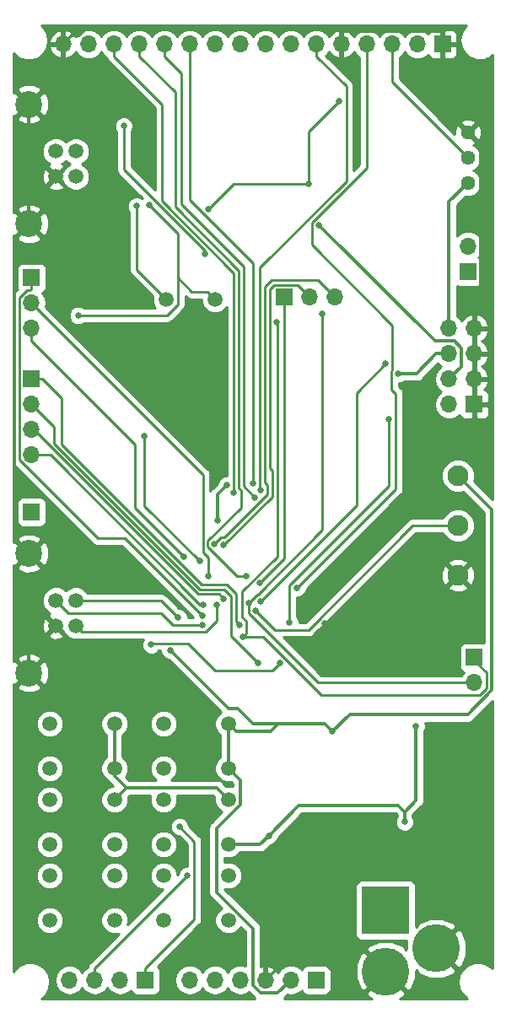
<source format=gbr>
G04 #@! TF.GenerationSoftware,KiCad,Pcbnew,(5.0.2)-1*
G04 #@! TF.CreationDate,2019-06-11T21:21:36-03:00*
G04 #@! TF.ProjectId,projeto(2),70726f6a-6574-46f2-9832-292e6b696361,rev?*
G04 #@! TF.SameCoordinates,Original*
G04 #@! TF.FileFunction,Copper,L2,Bot*
G04 #@! TF.FilePolarity,Positive*
%FSLAX46Y46*%
G04 Gerber Fmt 4.6, Leading zero omitted, Abs format (unit mm)*
G04 Created by KiCad (PCBNEW (5.0.2)-1) date 11/06/2019 21:21:37*
%MOMM*%
%LPD*%
G01*
G04 APERTURE LIST*
G04 #@! TA.AperFunction,ComponentPad*
%ADD10C,4.800000*%
G04 #@! TD*
G04 #@! TA.AperFunction,ComponentPad*
%ADD11R,4.800000X4.800000*%
G04 #@! TD*
G04 #@! TA.AperFunction,ComponentPad*
%ADD12C,1.440000*%
G04 #@! TD*
G04 #@! TA.AperFunction,ComponentPad*
%ADD13C,1.500000*%
G04 #@! TD*
G04 #@! TA.AperFunction,ComponentPad*
%ADD14C,2.100000*%
G04 #@! TD*
G04 #@! TA.AperFunction,ComponentPad*
%ADD15R,1.700000X1.700000*%
G04 #@! TD*
G04 #@! TA.AperFunction,ComponentPad*
%ADD16O,1.700000X1.700000*%
G04 #@! TD*
G04 #@! TA.AperFunction,ComponentPad*
%ADD17C,1.520000*%
G04 #@! TD*
G04 #@! TA.AperFunction,ComponentPad*
%ADD18C,2.700000*%
G04 #@! TD*
G04 #@! TA.AperFunction,ViaPad*
%ADD19C,0.635000*%
G04 #@! TD*
G04 #@! TA.AperFunction,Conductor*
%ADD20C,0.317600*%
G04 #@! TD*
G04 #@! TA.AperFunction,Conductor*
%ADD21C,0.317500*%
G04 #@! TD*
G04 #@! TA.AperFunction,Conductor*
%ADD22C,0.216000*%
G04 #@! TD*
G04 #@! TA.AperFunction,Conductor*
%ADD23C,0.215900*%
G04 #@! TD*
G04 #@! TA.AperFunction,Conductor*
%ADD24C,0.254000*%
G04 #@! TD*
G04 APERTURE END LIST*
D10*
G04 #@! TO.P,J1,2*
G04 #@! TO.N,GND*
X215900000Y-114685000D03*
D11*
G04 #@! TO.P,J1,1*
G04 #@! TO.N,Net-(D1-Pad2)*
X215900000Y-108585000D03*
D10*
G04 #@! TO.P,J1,3*
G04 #@! TO.N,GND*
X220980000Y-112395000D03*
G04 #@! TD*
D12*
G04 #@! TO.P,POT2,3*
G04 #@! TO.N,/5V*
X224155000Y-35560000D03*
G04 #@! TO.P,POT2,2*
G04 #@! TO.N,Net-(DS1-Pad3)*
X224155000Y-33020000D03*
G04 #@! TO.P,POT2,1*
G04 #@! TO.N,GND*
X224155000Y-30480000D03*
G04 #@! TD*
D13*
G04 #@! TO.P,SW1,4*
G04 #@! TO.N,Net-(R15-Pad1)*
X182170000Y-101945000D03*
G04 #@! TO.P,SW1,3*
X182170000Y-97445000D03*
G04 #@! TO.P,SW1,2*
G04 #@! TO.N,/5V*
X188670000Y-101945000D03*
G04 #@! TO.P,SW1,1*
X188670000Y-97445000D03*
G04 #@! TD*
G04 #@! TO.P,SW2,4*
G04 #@! TO.N,Net-(R16-Pad1)*
X182170000Y-109565000D03*
G04 #@! TO.P,SW2,3*
X182170000Y-105065000D03*
G04 #@! TO.P,SW2,2*
G04 #@! TO.N,/5V*
X188670000Y-109565000D03*
G04 #@! TO.P,SW2,1*
X188670000Y-105065000D03*
G04 #@! TD*
G04 #@! TO.P,SW3,4*
G04 #@! TO.N,Net-(R17-Pad1)*
X182170000Y-94325000D03*
G04 #@! TO.P,SW3,3*
X182170000Y-89825000D03*
G04 #@! TO.P,SW3,2*
G04 #@! TO.N,/5V*
X188670000Y-94325000D03*
G04 #@! TO.P,SW3,1*
X188670000Y-89825000D03*
G04 #@! TD*
G04 #@! TO.P,SW4,4*
G04 #@! TO.N,Net-(R18-Pad1)*
X193600000Y-101945000D03*
G04 #@! TO.P,SW4,3*
X193600000Y-97445000D03*
G04 #@! TO.P,SW4,2*
G04 #@! TO.N,/5V*
X200100000Y-101945000D03*
G04 #@! TO.P,SW4,1*
X200100000Y-97445000D03*
G04 #@! TD*
G04 #@! TO.P,SW5,4*
G04 #@! TO.N,Net-(R19-Pad1)*
X193600000Y-109565000D03*
G04 #@! TO.P,SW5,3*
X193600000Y-105065000D03*
G04 #@! TO.P,SW5,2*
G04 #@! TO.N,/5V*
X200100000Y-109565000D03*
G04 #@! TO.P,SW5,1*
X200100000Y-105065000D03*
G04 #@! TD*
G04 #@! TO.P,RESET,4*
G04 #@! TO.N,Net-(R9-Pad2)*
X193600000Y-94325000D03*
G04 #@! TO.P,RESET,3*
X193600000Y-89825000D03*
G04 #@! TO.P,RESET,2*
G04 #@! TO.N,/3.3V*
X200100000Y-94325000D03*
G04 #@! TO.P,RESET,1*
X200100000Y-89825000D03*
G04 #@! TD*
G04 #@! TO.P,Y1,2*
G04 #@! TO.N,Net-(C10-Pad2)*
X193875000Y-47244000D03*
G04 #@! TO.P,Y1,1*
G04 #@! TO.N,Net-(C9-Pad1)*
X198755000Y-47244000D03*
G04 #@! TD*
D14*
G04 #@! TO.P,POT1,1*
G04 #@! TO.N,GND*
X223139000Y-74930000D03*
G04 #@! TO.P,POT1,2*
G04 #@! TO.N,/Interface/IN3*
X223139000Y-69930000D03*
G04 #@! TO.P,POT1,3*
G04 #@! TO.N,/3.3V*
X223139000Y-64930000D03*
G04 #@! TD*
D15*
G04 #@! TO.P,DS1,1*
G04 #@! TO.N,GND*
X221615000Y-21615400D03*
D16*
G04 #@! TO.P,DS1,2*
G04 #@! TO.N,/5V*
X219075000Y-21615400D03*
G04 #@! TO.P,DS1,3*
G04 #@! TO.N,Net-(DS1-Pad3)*
X216535000Y-21615400D03*
G04 #@! TO.P,DS1,4*
G04 #@! TO.N,/Perif\00E9ricos/RS*
X213995000Y-21615400D03*
G04 #@! TO.P,DS1,5*
G04 #@! TO.N,GND*
X211455000Y-21615400D03*
G04 #@! TO.P,DS1,6*
G04 #@! TO.N,/Perif\00E9ricos/E*
X208915000Y-21615400D03*
G04 #@! TO.P,DS1,7*
G04 #@! TO.N,Net-(DS1-Pad7)*
X206375000Y-21615400D03*
G04 #@! TO.P,DS1,8*
G04 #@! TO.N,Net-(DS1-Pad8)*
X203835000Y-21615400D03*
G04 #@! TO.P,DS1,9*
G04 #@! TO.N,Net-(DS1-Pad9)*
X201295000Y-21615400D03*
G04 #@! TO.P,DS1,10*
G04 #@! TO.N,Net-(DS1-Pad10)*
X198755000Y-21615400D03*
G04 #@! TO.P,DS1,11*
G04 #@! TO.N,/Perif\00E9ricos/LCD1*
X196215000Y-21615400D03*
G04 #@! TO.P,DS1,12*
G04 #@! TO.N,/Perif\00E9ricos/LCD2*
X193675000Y-21615400D03*
G04 #@! TO.P,DS1,13*
G04 #@! TO.N,/Perif\00E9ricos/LCD3*
X191135000Y-21615400D03*
G04 #@! TO.P,DS1,14*
G04 #@! TO.N,/Perif\00E9ricos/LCD4*
X188595000Y-21615400D03*
G04 #@! TO.P,DS1,15*
G04 #@! TO.N,Net-(DS1-Pad15)*
X186055000Y-21615400D03*
G04 #@! TO.P,DS1,16*
G04 #@! TO.N,GND*
X183515000Y-21615400D03*
G04 #@! TD*
D17*
G04 #@! TO.P,J2,2*
G04 #@! TO.N,Net-(J2-Pad2)*
X184785000Y-32385000D03*
G04 #@! TO.P,J2,1*
G04 #@! TO.N,Net-(J2-Pad1)*
X184785000Y-34925000D03*
G04 #@! TO.P,J2,4*
G04 #@! TO.N,GND*
X182785000Y-34925000D03*
G04 #@! TO.P,J2,3*
G04 #@! TO.N,Net-(J2-Pad3)*
X182785000Y-32385000D03*
D18*
G04 #@! TO.P,J2,5*
G04 #@! TO.N,GND*
X180085000Y-27655000D03*
X180085000Y-39655000D03*
G04 #@! TD*
G04 #@! TO.P,J3,5*
G04 #@! TO.N,GND*
X180085000Y-84740000D03*
X180085000Y-72740000D03*
D17*
G04 #@! TO.P,J3,3*
G04 #@! TO.N,Net-(J3-Pad3)*
X182785000Y-77470000D03*
G04 #@! TO.P,J3,4*
G04 #@! TO.N,GND*
X182785000Y-80010000D03*
G04 #@! TO.P,J3,1*
G04 #@! TO.N,Net-(C24-Pad1)*
X184785000Y-80010000D03*
G04 #@! TO.P,J3,2*
G04 #@! TO.N,Net-(J3-Pad2)*
X184785000Y-77470000D03*
G04 #@! TD*
D16*
G04 #@! TO.P,DIG,4*
G04 #@! TO.N,/microcontrolador/PGEC3*
X180340000Y-62865000D03*
G04 #@! TO.P,DIG,3*
G04 #@! TO.N,/microcontrolador/PGED3*
X180340000Y-60325000D03*
G04 #@! TO.P,DIG,2*
G04 #@! TO.N,/microcontrolador/PGED1*
X180340000Y-57785000D03*
D15*
G04 #@! TO.P,DIG,1*
G04 #@! TO.N,/microcontrolador/PGEC1*
X180340000Y-55245000D03*
G04 #@! TD*
G04 #@! TO.P,GRAVA\00C7\00C3O ICSP,1*
G04 #@! TO.N,/microcontrolador/MCLR*
X208915000Y-115570000D03*
D16*
G04 #@! TO.P,GRAVA\00C7\00C3O ICSP,2*
G04 #@! TO.N,/3.3V*
X206375000Y-115570000D03*
G04 #@! TO.P,GRAVA\00C7\00C3O ICSP,3*
G04 #@! TO.N,GND*
X203835000Y-115570000D03*
G04 #@! TO.P,GRAVA\00C7\00C3O ICSP,4*
G04 #@! TO.N,/microcontrolador/PGED2*
X201295000Y-115570000D03*
G04 #@! TO.P,GRAVA\00C7\00C3O ICSP,5*
G04 #@! TO.N,/microcontrolador/PGEC2*
X198755000Y-115570000D03*
G04 #@! TO.P,GRAVA\00C7\00C3O ICSP,6*
G04 #@! TO.N,Net-(J5-Pad6)*
X196215000Y-115570000D03*
G04 #@! TD*
D15*
G04 #@! TO.P,PWR,1*
G04 #@! TO.N,GND*
X224790000Y-57785000D03*
D16*
G04 #@! TO.P,PWR,2*
G04 #@! TO.N,/3.3V*
X222250000Y-57785000D03*
G04 #@! TO.P,PWR,3*
G04 #@! TO.N,GND*
X224790000Y-55245000D03*
G04 #@! TO.P,PWR,4*
G04 #@! TO.N,/3.3V*
X222250000Y-55245000D03*
G04 #@! TO.P,PWR,5*
G04 #@! TO.N,GND*
X224790000Y-52705000D03*
G04 #@! TO.P,PWR,6*
G04 #@! TO.N,/5V*
X222250000Y-52705000D03*
G04 #@! TO.P,PWR,7*
G04 #@! TO.N,GND*
X224790000Y-50165000D03*
G04 #@! TO.P,PWR,8*
G04 #@! TO.N,/5V*
X222250000Y-50165000D03*
G04 #@! TD*
D15*
G04 #@! TO.P,ANAG OUT,1*
G04 #@! TO.N,/Interface/SaidaANA*
X180340000Y-68580000D03*
G04 #@! TD*
D16*
G04 #@! TO.P,ANAG IN,2*
G04 #@! TO.N,/Interface/EN2*
X224155000Y-41910000D03*
D15*
G04 #@! TO.P,ANAG IN,1*
G04 #@! TO.N,/Interface/EN1*
X224155000Y-44450000D03*
G04 #@! TD*
G04 #@! TO.P,SPI,1*
G04 #@! TO.N,Net-(J9-Pad1)*
X191770000Y-115570000D03*
D16*
G04 #@! TO.P,SPI,2*
G04 #@! TO.N,Net-(J9-Pad2)*
X189230000Y-115570000D03*
G04 #@! TO.P,SPI,3*
G04 #@! TO.N,Net-(J9-Pad3)*
X186690000Y-115570000D03*
G04 #@! TO.P,SPI,4*
G04 #@! TO.N,Net-(J9-Pad4)*
X184150000Y-115570000D03*
G04 #@! TD*
D15*
G04 #@! TO.P,EXT,1*
G04 #@! TO.N,Net-(J10-Pad1)*
X180340000Y-45085000D03*
D16*
G04 #@! TO.P,EXT,2*
G04 #@! TO.N,Net-(J10-Pad2)*
X180340000Y-47625000D03*
G04 #@! TO.P,EXT,3*
G04 #@! TO.N,Net-(J10-Pad3)*
X180340000Y-50165000D03*
G04 #@! TD*
G04 #@! TO.P,PWM,3*
G04 #@! TO.N,/microcontrolador/PWM2*
X210820000Y-46990000D03*
G04 #@! TO.P,PWM,2*
G04 #@! TO.N,/microcontrolador/PWM3*
X208280000Y-46990000D03*
D15*
G04 #@! TO.P,PWM,1*
G04 #@! TO.N,/microcontrolador/PWM4*
X205740000Y-46990000D03*
G04 #@! TD*
G04 #@! TO.P,TX/RX,1*
G04 #@! TO.N,/microcontrolador/RX*
X224790000Y-83185000D03*
D16*
G04 #@! TO.P,TX/RX,2*
G04 #@! TO.N,/Comunica\00E7\00E3o/RX*
X224790000Y-85725000D03*
G04 #@! TD*
D19*
G04 #@! TO.N,GND*
X209728900Y-79785000D03*
G04 #@! TO.N,/3.3V*
X194249400Y-82449400D03*
X209194500Y-39793400D03*
X199020600Y-69447800D03*
X199948300Y-65862800D03*
X210571800Y-90634900D03*
G04 #@! TO.N,Net-(C9-Pad1)*
X185030000Y-48853300D03*
X192151000Y-37786700D03*
G04 #@! TO.N,Net-(C10-Pad2)*
X190881000Y-37869100D03*
G04 #@! TO.N,Net-(C13-Pad1)*
X205262700Y-83732500D03*
X192362300Y-81915000D03*
G04 #@! TO.N,/Perif\00E9ricos/RS*
X207004200Y-76175000D03*
G04 #@! TO.N,/Perif\00E9ricos/E*
X203328400Y-66345900D03*
G04 #@! TO.N,Net-(J3-Pad3)*
X197534000Y-79944900D03*
G04 #@! TO.N,Net-(J3-Pad2)*
X195064900Y-79188800D03*
G04 #@! TO.N,/microcontrolador/PGEC1*
X201189400Y-79954200D03*
G04 #@! TO.N,/microcontrolador/PGED1*
X203097600Y-83760200D03*
G04 #@! TO.N,/microcontrolador/PGEC3*
X197548900Y-77863400D03*
G04 #@! TO.N,/microcontrolador/PGED3*
X199598800Y-77261100D03*
G04 #@! TO.N,/Comunica\00E7\00E3o/RST*
X198054700Y-38148400D03*
X208171300Y-35611300D03*
X211243900Y-27323800D03*
G04 #@! TO.N,/Interface/PWM*
X191664900Y-60975600D03*
X197199900Y-73534700D03*
G04 #@! TO.N,/microcontrolador/RX*
X201576600Y-81084300D03*
X204933600Y-49505300D03*
G04 #@! TO.N,/Comunica\00E7\00E3o/RX*
X209550000Y-48700800D03*
X202152000Y-77731300D03*
G04 #@! TO.N,/Interface/IN1*
X203312300Y-77533400D03*
X215900000Y-53703200D03*
G04 #@! TO.N,/Interface/IN2*
X206239200Y-79687700D03*
X216237800Y-59303900D03*
G04 #@! TO.N,/Perif\00E9ricos/LCD4*
X200668200Y-66664900D03*
G04 #@! TO.N,/Perif\00E9ricos/LCD3*
X201910000Y-74990800D03*
G04 #@! TO.N,/Perif\00E9ricos/LCD2*
X202764900Y-67113700D03*
G04 #@! TO.N,/Perif\00E9ricos/LCD1*
X202568800Y-65710300D03*
G04 #@! TO.N,/Interface/IN3*
X202795300Y-78450200D03*
G04 #@! TO.N,Net-(J9-Pad1)*
X195201700Y-100165000D03*
G04 #@! TO.N,Net-(J9-Pad3)*
X195989000Y-105058700D03*
G04 #@! TO.N,Net-(J10-Pad1)*
X197533000Y-79034500D03*
G04 #@! TO.N,Net-(J10-Pad2)*
X198116200Y-74977300D03*
G04 #@! TO.N,Net-(J10-Pad3)*
X195628700Y-73067300D03*
G04 #@! TO.N,/microcontrolador/PWM2*
X198716500Y-71783100D03*
G04 #@! TO.N,/microcontrolador/PWM3*
X199608200Y-71874900D03*
G04 #@! TO.N,/microcontrolador/PWM4*
X203265800Y-75721400D03*
G04 #@! TO.N,Net-(C24-Pad1)*
X198930500Y-77885400D03*
G04 #@! TO.N,/5V*
X218938300Y-90069900D03*
X204139600Y-101054600D03*
X217170000Y-54715100D03*
X217805000Y-99695000D03*
G04 #@! TO.N,Net-(C11-Pad2)*
X197750300Y-42669700D03*
X189611000Y-29826700D03*
G04 #@! TD*
D20*
G04 #@! TO.N,GND*
X223139000Y-74930000D02*
X218284000Y-79785000D01*
X218284000Y-79785000D02*
X209728900Y-79785000D01*
X182785000Y-34925000D02*
X180085000Y-37625000D01*
X180085000Y-37625000D02*
X180085000Y-39655000D01*
X182785000Y-34925000D02*
X180085000Y-32225000D01*
X180085000Y-32225000D02*
X180085000Y-27655000D01*
X224790000Y-50165000D02*
X224790000Y-48901900D01*
X224790000Y-48901900D02*
X225465300Y-48226600D01*
X225465300Y-48226600D02*
X225465300Y-31790300D01*
X225465300Y-31790300D02*
X224155000Y-30480000D01*
X180085000Y-39655000D02*
X178572300Y-41167700D01*
X178572300Y-41167700D02*
X178572300Y-71227300D01*
X178572300Y-71227300D02*
X180085000Y-72740000D01*
X182785000Y-80010000D02*
X180085000Y-82710000D01*
X180085000Y-82710000D02*
X180085000Y-84740000D01*
X215508600Y-114293600D02*
X215900000Y-114685000D01*
X211455000Y-20352300D02*
X210944400Y-19841700D01*
X210944400Y-19841700D02*
X186028400Y-19841700D01*
X219641400Y-20352300D02*
X211455000Y-20352300D01*
X211455000Y-21615400D02*
X211455000Y-20352300D01*
D21*
X213500001Y-112285001D02*
X215900000Y-114685000D01*
X207119999Y-112285001D02*
X213500001Y-112285001D01*
X221615000Y-20447900D02*
X221615000Y-21615400D01*
X221519400Y-20352300D02*
X221615000Y-20447900D01*
X219641400Y-20352300D02*
X221519400Y-20352300D01*
X185104699Y-20765401D02*
X186028400Y-19841700D01*
X184364999Y-20765401D02*
X185104699Y-20765401D01*
X183515000Y-21615400D02*
X184364999Y-20765401D01*
X203835000Y-115570000D02*
X207119999Y-112285001D01*
D20*
G04 #@! TO.N,/3.3V*
X200100000Y-88300000D02*
X194249400Y-82449400D01*
X209761900Y-89825000D02*
X210571800Y-90634900D01*
X199948300Y-65862800D02*
X199020600Y-66790500D01*
X199020600Y-66790500D02*
X199020600Y-69447800D01*
X223513200Y-53271300D02*
X223513200Y-52132600D01*
X223513200Y-52132600D02*
X222815700Y-51435100D01*
X222815700Y-51435100D02*
X220836200Y-51435100D01*
X220836200Y-51435100D02*
X209194500Y-39793400D01*
X223139000Y-64930000D02*
X226572700Y-68363700D01*
X226572700Y-68363700D02*
X226572700Y-86487600D01*
X226572700Y-86487600D02*
X224129900Y-88930400D01*
X224129900Y-88930400D02*
X212276300Y-88930400D01*
X212276300Y-88930400D02*
X210571800Y-90634900D01*
X206375000Y-115570000D02*
X205061800Y-116883200D01*
X205061800Y-116883200D02*
X203361800Y-116883200D01*
X203361800Y-116883200D02*
X202565000Y-116086400D01*
X202565000Y-116086400D02*
X202565000Y-110371200D01*
X202565000Y-110371200D02*
X198920900Y-106727100D01*
X198920900Y-106727100D02*
X198920900Y-100330300D01*
X198920900Y-100330300D02*
X201304300Y-97946900D01*
X201304300Y-97946900D02*
X201304300Y-95529300D01*
X201304300Y-95529300D02*
X200100000Y-94325000D01*
X200100000Y-89825000D02*
X200100000Y-94325000D01*
D21*
X201040000Y-88300000D02*
X202565000Y-89825000D01*
X200100000Y-88300000D02*
X201040000Y-88300000D01*
X223513200Y-53981800D02*
X222250000Y-55245000D01*
X223513200Y-53271300D02*
X223513200Y-53981800D01*
X204355001Y-90574999D02*
X205105000Y-89825000D01*
X200849999Y-90574999D02*
X204355001Y-90574999D01*
X200100000Y-89825000D02*
X200849999Y-90574999D01*
D20*
X202565000Y-89825000D02*
X205105000Y-89825000D01*
X205105000Y-89825000D02*
X209761900Y-89825000D01*
D22*
G04 #@! TO.N,Net-(C9-Pad1)*
X192151000Y-37786700D02*
X195020100Y-40655800D01*
X195020100Y-47244000D02*
X195020100Y-47747000D01*
X195020100Y-47747000D02*
X193913800Y-48853300D01*
X193913800Y-48853300D02*
X185030000Y-48853300D01*
D23*
X196429101Y-46494001D02*
X195020100Y-45085000D01*
X198005001Y-46494001D02*
X196429101Y-46494001D01*
X198755000Y-47244000D02*
X198005001Y-46494001D01*
D22*
X195020100Y-40655800D02*
X195020100Y-45085000D01*
X195020100Y-45085000D02*
X195020100Y-47244000D01*
G04 #@! TO.N,Net-(C10-Pad2)*
X190881000Y-37869100D02*
X190881000Y-44250000D01*
X190881000Y-44250000D02*
X193875000Y-47244000D01*
G04 #@! TO.N,Net-(C13-Pad1)*
X192362300Y-81915000D02*
X192511300Y-81766000D01*
X192511300Y-81766000D02*
X196070600Y-81766000D01*
X196070600Y-81766000D02*
X198766200Y-84461600D01*
X198766200Y-84461600D02*
X204533600Y-84461600D01*
X204533600Y-84461600D02*
X205262700Y-83732500D01*
G04 #@! TO.N,Net-(DS1-Pad3)*
X224155000Y-33020000D02*
X216535000Y-25400000D01*
X216535000Y-25400000D02*
X216535000Y-21615400D01*
G04 #@! TO.N,/Perif\00E9ricos/RS*
X213995000Y-21615400D02*
X213995000Y-34007200D01*
X213995000Y-34007200D02*
X208459100Y-39543100D01*
X208459100Y-39543100D02*
X208459100Y-41725900D01*
X208459100Y-41725900D02*
X216583500Y-49850300D01*
X216583500Y-49850300D02*
X216583500Y-54340100D01*
X216583500Y-54340100D02*
X216489700Y-54433900D01*
X216489700Y-54433900D02*
X216489700Y-56268000D01*
X216489700Y-56268000D02*
X216920200Y-56698500D01*
X216920200Y-56698500D02*
X216920200Y-66259000D01*
X216920200Y-66259000D02*
X207004200Y-76175000D01*
G04 #@! TO.N,/Perif\00E9ricos/E*
X208915000Y-22827700D02*
X211932800Y-25845500D01*
X211932800Y-25845500D02*
X211932800Y-35379700D01*
X211932800Y-35379700D02*
X203268300Y-44044200D01*
X203268300Y-44044200D02*
X203268300Y-66285800D01*
X203268300Y-66285800D02*
X203328400Y-66345900D01*
X208915000Y-21615400D02*
X208915000Y-22827700D01*
G04 #@! TO.N,Net-(J3-Pad3)*
X182785000Y-77470000D02*
X184055000Y-78740000D01*
X184055000Y-78740000D02*
X193312500Y-78740000D01*
X193312500Y-78740000D02*
X194517400Y-79944900D01*
X194517400Y-79944900D02*
X197534000Y-79944900D01*
G04 #@! TO.N,Net-(J3-Pad2)*
X184785000Y-77470000D02*
X193346100Y-77470000D01*
X193346100Y-77470000D02*
X195064900Y-79188800D01*
G04 #@! TO.N,/microcontrolador/PGEC1*
X183326000Y-58988700D02*
X183326000Y-61781300D01*
X183326000Y-61781300D02*
X197411700Y-75867000D01*
X197411700Y-75867000D02*
X199961200Y-75867000D01*
X199961200Y-75867000D02*
X200862100Y-76767900D01*
X200862100Y-76767900D02*
X200862100Y-79626900D01*
X200862100Y-79626900D02*
X201189400Y-79954200D01*
D23*
X181405900Y-55245000D02*
X180340000Y-55245000D01*
X183326000Y-57165100D02*
X181405900Y-55245000D01*
X183326000Y-58988700D02*
X183326000Y-57165100D01*
D22*
G04 #@! TO.N,/microcontrolador/PGED1*
X182620600Y-60890100D02*
X182620600Y-61740900D01*
X182620600Y-61740900D02*
X197225600Y-76345900D01*
X197225600Y-76345900D02*
X199722600Y-76345900D01*
X199722600Y-76345900D02*
X200391800Y-77015100D01*
X200391800Y-77015100D02*
X200391800Y-81054400D01*
X200391800Y-81054400D02*
X203097600Y-83760200D01*
D23*
X182620600Y-60065600D02*
X180340000Y-57785000D01*
X182620600Y-60890100D02*
X182620600Y-60065600D01*
D22*
G04 #@! TO.N,/microcontrolador/PGEC3*
X181552300Y-62865000D02*
X182268700Y-62865000D01*
X182268700Y-62865000D02*
X197267100Y-77863400D01*
X197267100Y-77863400D02*
X197548900Y-77863400D01*
X180340000Y-62865000D02*
X181552300Y-62865000D01*
G04 #@! TO.N,/microcontrolador/PGED3*
X180340000Y-60325000D02*
X180539700Y-60325000D01*
X180539700Y-60325000D02*
X197030900Y-76816200D01*
X197030900Y-76816200D02*
X199153900Y-76816200D01*
X199153900Y-76816200D02*
X199598800Y-77261100D01*
G04 #@! TO.N,/Comunica\00E7\00E3o/RST*
X208171300Y-35611300D02*
X200591800Y-35611300D01*
X200591800Y-35611300D02*
X198054700Y-38148400D01*
X211243900Y-27323800D02*
X208171300Y-30396400D01*
X208171300Y-30396400D02*
X208171300Y-35611300D01*
G04 #@! TO.N,/Interface/PWM*
X191664900Y-60975600D02*
X191664900Y-67999700D01*
X191664900Y-67999700D02*
X197199900Y-73534700D01*
G04 #@! TO.N,/microcontrolador/RX*
X201870200Y-79527000D02*
X201471100Y-79127900D01*
X201471100Y-79127900D02*
X201471100Y-76554600D01*
X201471100Y-76554600D02*
X204996700Y-73029000D01*
X204996700Y-73029000D02*
X204996700Y-49568400D01*
X204996700Y-49568400D02*
X204933600Y-49505300D01*
X224790000Y-83474500D02*
X226013300Y-84697800D01*
X226013300Y-84697800D02*
X226013300Y-86282800D01*
X226013300Y-86282800D02*
X225327400Y-86968700D01*
X225327400Y-86968700D02*
X209460300Y-86968700D01*
X209460300Y-86968700D02*
X203575900Y-81084300D01*
X201870200Y-81084300D02*
X201576600Y-81084300D01*
X224790000Y-83185000D02*
X224790000Y-83474500D01*
D23*
X201894099Y-80766801D02*
X201576600Y-81084300D01*
X201894099Y-79550899D02*
X201894099Y-80766801D01*
X201870200Y-79527000D02*
X201894099Y-79550899D01*
X201576600Y-81084300D02*
X203575900Y-81084300D01*
D22*
G04 #@! TO.N,/Comunica\00E7\00E3o/RX*
X202152000Y-77731300D02*
X202115500Y-77767800D01*
X202115500Y-77767800D02*
X202115500Y-78731600D01*
X202115500Y-78731600D02*
X209108900Y-85725000D01*
X209108900Y-85725000D02*
X224790000Y-85725000D01*
X203095300Y-76853500D02*
X209550000Y-70398800D01*
X209550000Y-70398800D02*
X209550000Y-48700800D01*
X202152000Y-77731300D02*
X203029800Y-76853500D01*
G04 #@! TO.N,/Interface/IN1*
X215900000Y-53703200D02*
X212981200Y-56622000D01*
X212981200Y-56622000D02*
X212981200Y-67864500D01*
X212981200Y-67864500D02*
X203312300Y-77533400D01*
G04 #@! TO.N,/Interface/IN2*
X216237800Y-59303900D02*
X216237800Y-65938600D01*
X216237800Y-65938600D02*
X206239200Y-75937200D01*
X206239200Y-75937200D02*
X206239200Y-79687700D01*
G04 #@! TO.N,/Perif\00E9ricos/LCD4*
X188595000Y-22827700D02*
X193459200Y-27691900D01*
X193459200Y-27691900D02*
X193459200Y-37380200D01*
X193459200Y-37380200D02*
X200668200Y-44589200D01*
X200668200Y-44589200D02*
X200668200Y-66664900D01*
X188595000Y-21615400D02*
X188595000Y-22827700D01*
G04 #@! TO.N,/Perif\00E9ricos/LCD3*
X191135000Y-22827700D02*
X194750100Y-26442800D01*
X194750100Y-26442800D02*
X194750100Y-37906100D01*
X194750100Y-37906100D02*
X201172700Y-44328700D01*
X201172700Y-44328700D02*
X201172700Y-66186500D01*
X201172700Y-66186500D02*
X201348000Y-66361800D01*
X201348000Y-66361800D02*
X201348000Y-68145100D01*
X201348000Y-68145100D02*
X198017500Y-71475600D01*
X198017500Y-71475600D02*
X198017500Y-72073800D01*
X198017500Y-72073800D02*
X200934500Y-74990800D01*
X200934500Y-74990800D02*
X201910000Y-74990800D01*
X191135000Y-21615400D02*
X191135000Y-22827700D01*
G04 #@! TO.N,/Perif\00E9ricos/LCD2*
X193675000Y-22827700D02*
X195386800Y-24539500D01*
X195386800Y-24539500D02*
X195386800Y-37683100D01*
X195386800Y-37683100D02*
X201643000Y-43939300D01*
X201643000Y-43939300D02*
X201643000Y-65991800D01*
X201643000Y-65991800D02*
X202764900Y-67113700D01*
X193675000Y-21615400D02*
X193675000Y-22827700D01*
G04 #@! TO.N,/Perif\00E9ricos/LCD1*
X196215000Y-21615400D02*
X196215000Y-37270100D01*
X196215000Y-37270100D02*
X202568800Y-43623900D01*
X202568800Y-43623900D02*
X202568800Y-65710300D01*
G04 #@! TO.N,/Interface/IN3*
X223139000Y-69930000D02*
X218605000Y-69930000D01*
X218605000Y-69930000D02*
X208126200Y-80408800D01*
X208126200Y-80408800D02*
X204753900Y-80408800D01*
X204753900Y-80408800D02*
X202795300Y-78450200D01*
G04 #@! TO.N,Net-(J9-Pad1)*
X191770000Y-115570000D02*
X191770000Y-114357700D01*
X191770000Y-114357700D02*
X196687900Y-109439800D01*
X196687900Y-109439800D02*
X196687900Y-101651200D01*
X196687900Y-101651200D02*
X195201700Y-100165000D01*
G04 #@! TO.N,Net-(J9-Pad3)*
X186690000Y-114357700D02*
X195989000Y-105058700D01*
X186690000Y-115570000D02*
X186690000Y-114357700D01*
G04 #@! TO.N,Net-(J10-Pad1)*
X179885400Y-46297300D02*
X179093500Y-47089200D01*
X179093500Y-47089200D02*
X179093500Y-63339500D01*
X179093500Y-63339500D02*
X186958600Y-71204600D01*
X186958600Y-71204600D02*
X189703100Y-71204600D01*
X189703100Y-71204600D02*
X197533000Y-79034500D01*
D23*
X180340000Y-46150900D02*
X180340000Y-45085000D01*
X180193600Y-46297300D02*
X180340000Y-46150900D01*
X179885400Y-46297300D02*
X180193600Y-46297300D01*
D22*
G04 #@! TO.N,Net-(J10-Pad2)*
X197547100Y-65589800D02*
X197547100Y-72608600D01*
X197547100Y-72608600D02*
X198116200Y-73177700D01*
X198116200Y-73177700D02*
X198116200Y-74977300D01*
D23*
X197547100Y-64832100D02*
X180340000Y-47625000D01*
X197547100Y-65589800D02*
X197547100Y-64832100D01*
D22*
G04 #@! TO.N,Net-(J10-Pad3)*
X195628700Y-73067300D02*
X190759800Y-68198400D01*
X190759800Y-68198400D02*
X190759800Y-61797100D01*
X190759800Y-61797100D02*
X180340000Y-51377300D01*
X180340000Y-50165000D02*
X180340000Y-51377300D01*
G04 #@! TO.N,/microcontrolador/PWM2*
X208360200Y-45287900D02*
X204448900Y-45287900D01*
X204448900Y-45287900D02*
X203773600Y-45963200D01*
X203773600Y-45963200D02*
X203773600Y-65625100D01*
X203773600Y-65625100D02*
X204027200Y-65878700D01*
X204027200Y-65878700D02*
X204027200Y-66826100D01*
X204027200Y-66826100D02*
X199714200Y-71139100D01*
X199714200Y-71139100D02*
X199360500Y-71139100D01*
X199360500Y-71139100D02*
X198716500Y-71783100D01*
D23*
X209117900Y-45287900D02*
X210820000Y-46990000D01*
X208360200Y-45287900D02*
X209117900Y-45287900D01*
D22*
G04 #@! TO.N,/microcontrolador/PWM3*
X206764500Y-45777600D02*
X204693300Y-45777600D01*
X204693300Y-45777600D02*
X204244000Y-46226900D01*
X204244000Y-46226900D02*
X204244000Y-64190200D01*
X204244000Y-64190200D02*
X204497600Y-64443800D01*
X204497600Y-64443800D02*
X204497600Y-67021000D01*
X204497600Y-67021000D02*
X199643700Y-71874900D01*
X199643700Y-71874900D02*
X199608200Y-71874900D01*
D23*
X207067600Y-45777600D02*
X208280000Y-46990000D01*
X206764500Y-45777600D02*
X207067600Y-45777600D01*
D22*
G04 #@! TO.N,/microcontrolador/PWM4*
X203265800Y-75721400D02*
X205740000Y-73247200D01*
X205740000Y-73247200D02*
X205740000Y-48202300D01*
X205740000Y-46990000D02*
X205740000Y-48202300D01*
G04 #@! TO.N,Net-(C24-Pad1)*
X184785000Y-80010000D02*
X185399800Y-80624800D01*
X185399800Y-80624800D02*
X197834600Y-80624800D01*
X197834600Y-80624800D02*
X198930500Y-79528900D01*
X198930500Y-79528900D02*
X198930500Y-77885400D01*
D20*
G04 #@! TO.N,/5V*
X220986900Y-52705000D02*
X219000500Y-54691400D01*
X219000500Y-54691400D02*
X217193600Y-54691400D01*
X217193600Y-54691400D02*
X217193600Y-54691500D01*
X217193600Y-54691500D02*
X217170000Y-54715100D01*
X222250000Y-50165000D02*
X222250000Y-37465000D01*
X222250000Y-37465000D02*
X224155000Y-35560000D01*
X204139600Y-101054600D02*
X207146600Y-98047600D01*
X200100000Y-101945000D02*
X203249200Y-101945000D01*
X203249200Y-101945000D02*
X204139600Y-101054600D01*
X222250000Y-52705000D02*
X220986900Y-52705000D01*
X189839000Y-96276000D02*
X188670000Y-97445000D01*
X200100000Y-97445000D02*
X198931000Y-96276000D01*
X198931000Y-96276000D02*
X189839000Y-96276000D01*
X188670000Y-94325000D02*
X188670000Y-95107000D01*
X188670000Y-95107000D02*
X189839000Y-96276000D01*
X188670000Y-89825000D02*
X188670000Y-94325000D01*
X218938300Y-95250000D02*
X218938300Y-90069900D01*
D21*
X217805000Y-98682600D02*
X217170000Y-98047600D01*
X217805000Y-99695000D02*
X217805000Y-98682600D01*
D20*
X207146600Y-98047600D02*
X217170000Y-98047600D01*
D21*
X218938300Y-97549300D02*
X217805000Y-98682600D01*
X218938300Y-95250000D02*
X218938300Y-97549300D01*
D22*
G04 #@! TO.N,Net-(C11-Pad2)*
X189611000Y-29826700D02*
X189611000Y-34197000D01*
X189611000Y-34197000D02*
X197750200Y-42336200D01*
X197750200Y-42336200D02*
X197750200Y-42669700D01*
X197750200Y-42669700D02*
X197750300Y-42669700D01*
G04 #@! TD*
D24*
G04 #@! TO.N,GND*
G36*
X226620000Y-114413818D02*
X226145600Y-114015749D01*
X225492896Y-113778184D01*
X224798304Y-113778184D01*
X224145600Y-114015749D01*
X223613511Y-114462225D01*
X223266215Y-115063760D01*
X223145600Y-115747800D01*
X223266215Y-116431840D01*
X223613511Y-117033375D01*
X224050437Y-117400000D01*
X217279048Y-117400000D01*
X217614600Y-117261010D01*
X217884114Y-116848719D01*
X215900000Y-114864605D01*
X213915886Y-116848719D01*
X214185400Y-117261010D01*
X214522651Y-117400000D01*
X205671180Y-117400000D01*
X205678388Y-117389213D01*
X206048462Y-117019140D01*
X206228744Y-117055000D01*
X206521256Y-117055000D01*
X206954418Y-116968839D01*
X207445625Y-116640625D01*
X207457816Y-116622381D01*
X207466843Y-116667765D01*
X207607191Y-116877809D01*
X207817235Y-117018157D01*
X208065000Y-117067440D01*
X209765000Y-117067440D01*
X210012765Y-117018157D01*
X210222809Y-116877809D01*
X210363157Y-116667765D01*
X210412440Y-116420000D01*
X210412440Y-114720000D01*
X210363157Y-114472235D01*
X210222809Y-114262191D01*
X210012765Y-114121843D01*
X209836153Y-114086713D01*
X212863928Y-114086713D01*
X212866081Y-115294109D01*
X213323990Y-116399600D01*
X213736281Y-116669114D01*
X215720395Y-114685000D01*
X213736281Y-112700886D01*
X213323990Y-112970400D01*
X212863928Y-114086713D01*
X209836153Y-114086713D01*
X209765000Y-114072560D01*
X208065000Y-114072560D01*
X207817235Y-114121843D01*
X207607191Y-114262191D01*
X207466843Y-114472235D01*
X207457816Y-114517619D01*
X207445625Y-114499375D01*
X206954418Y-114171161D01*
X206521256Y-114085000D01*
X206228744Y-114085000D01*
X205795582Y-114171161D01*
X205304375Y-114499375D01*
X205091157Y-114818478D01*
X205030183Y-114688642D01*
X204601924Y-114298355D01*
X204191890Y-114128524D01*
X203962000Y-114249845D01*
X203962000Y-115443000D01*
X203982000Y-115443000D01*
X203982000Y-115697000D01*
X203962000Y-115697000D01*
X203962000Y-115717000D01*
X203708000Y-115717000D01*
X203708000Y-115697000D01*
X203688000Y-115697000D01*
X203688000Y-115443000D01*
X203708000Y-115443000D01*
X203708000Y-114249845D01*
X203478110Y-114128524D01*
X203358800Y-114177941D01*
X203358800Y-110449380D01*
X203374351Y-110371200D01*
X203312743Y-110061474D01*
X203228714Y-109935716D01*
X203137298Y-109798902D01*
X203071019Y-109754616D01*
X199725315Y-106408914D01*
X199824506Y-106450000D01*
X200375494Y-106450000D01*
X200884540Y-106239147D01*
X200938687Y-106185000D01*
X212852560Y-106185000D01*
X212852560Y-110985000D01*
X212901843Y-111232765D01*
X213042191Y-111442809D01*
X213252235Y-111583157D01*
X213500000Y-111632440D01*
X218011629Y-111632440D01*
X217943928Y-111796713D01*
X217945111Y-112460281D01*
X217884113Y-112521279D01*
X217614600Y-112108990D01*
X216498287Y-111648928D01*
X215290891Y-111651081D01*
X214185400Y-112108990D01*
X213915886Y-112521281D01*
X215900000Y-114505395D01*
X215914143Y-114491253D01*
X216093748Y-114670858D01*
X216079605Y-114685000D01*
X218063719Y-116669114D01*
X218476010Y-116399600D01*
X218936072Y-115283287D01*
X218934889Y-114619719D01*
X218995887Y-114558721D01*
X219265400Y-114971010D01*
X220381713Y-115431072D01*
X221589109Y-115428919D01*
X222694600Y-114971010D01*
X222964114Y-114558719D01*
X220980000Y-112574605D01*
X220965858Y-112588748D01*
X220786253Y-112409143D01*
X220800395Y-112395000D01*
X221159605Y-112395000D01*
X223143719Y-114379114D01*
X223556010Y-114109600D01*
X224016072Y-112993287D01*
X224013919Y-111785891D01*
X223556010Y-110680400D01*
X223143719Y-110410886D01*
X221159605Y-112395000D01*
X220800395Y-112395000D01*
X220786253Y-112380858D01*
X220965858Y-112201253D01*
X220980000Y-112215395D01*
X222964114Y-110231281D01*
X222694600Y-109818990D01*
X221578287Y-109358928D01*
X220370891Y-109361081D01*
X219265400Y-109818990D01*
X218995887Y-110231279D01*
X218947440Y-110182832D01*
X218947440Y-106185000D01*
X218898157Y-105937235D01*
X218757809Y-105727191D01*
X218547765Y-105586843D01*
X218300000Y-105537560D01*
X213500000Y-105537560D01*
X213252235Y-105586843D01*
X213042191Y-105727191D01*
X212901843Y-105937235D01*
X212852560Y-106185000D01*
X200938687Y-106185000D01*
X201274147Y-105849540D01*
X201485000Y-105340494D01*
X201485000Y-104789506D01*
X201274147Y-104280460D01*
X200884540Y-103890853D01*
X200375494Y-103680000D01*
X199824506Y-103680000D01*
X199714700Y-103725483D01*
X199714700Y-103284517D01*
X199824506Y-103330000D01*
X200375494Y-103330000D01*
X200884540Y-103119147D01*
X201264887Y-102738800D01*
X203171021Y-102738800D01*
X203249200Y-102754351D01*
X203327379Y-102738800D01*
X203327380Y-102738800D01*
X203558925Y-102692743D01*
X203821498Y-102517298D01*
X203865788Y-102451014D01*
X204309702Y-102007100D01*
X204329064Y-102007100D01*
X204679148Y-101862091D01*
X204947091Y-101594148D01*
X205092100Y-101244064D01*
X205092100Y-101224701D01*
X207475402Y-98841400D01*
X216841269Y-98841400D01*
X217011251Y-99011382D01*
X217011251Y-99141710D01*
X216997509Y-99155452D01*
X216852500Y-99505536D01*
X216852500Y-99884464D01*
X216997509Y-100234548D01*
X217265452Y-100502491D01*
X217615536Y-100647500D01*
X217994464Y-100647500D01*
X218344548Y-100502491D01*
X218612491Y-100234548D01*
X218757500Y-99884464D01*
X218757500Y-99505536D01*
X218612491Y-99155452D01*
X218598750Y-99141711D01*
X218598750Y-99011381D01*
X219444285Y-98165847D01*
X219510562Y-98121562D01*
X219685996Y-97859006D01*
X219732050Y-97627476D01*
X219732050Y-97627475D01*
X219747600Y-97549301D01*
X219732050Y-97471127D01*
X219732050Y-95328431D01*
X219732100Y-95328180D01*
X219732100Y-90623139D01*
X219745791Y-90609448D01*
X219890800Y-90259364D01*
X219890800Y-89880436D01*
X219826085Y-89724200D01*
X224051721Y-89724200D01*
X224129900Y-89739751D01*
X224208079Y-89724200D01*
X224208080Y-89724200D01*
X224439625Y-89678143D01*
X224702198Y-89502698D01*
X224746488Y-89436413D01*
X226620000Y-87562902D01*
X226620000Y-114413818D01*
X226620000Y-114413818D01*
G37*
X226620000Y-114413818D02*
X226145600Y-114015749D01*
X225492896Y-113778184D01*
X224798304Y-113778184D01*
X224145600Y-114015749D01*
X223613511Y-114462225D01*
X223266215Y-115063760D01*
X223145600Y-115747800D01*
X223266215Y-116431840D01*
X223613511Y-117033375D01*
X224050437Y-117400000D01*
X217279048Y-117400000D01*
X217614600Y-117261010D01*
X217884114Y-116848719D01*
X215900000Y-114864605D01*
X213915886Y-116848719D01*
X214185400Y-117261010D01*
X214522651Y-117400000D01*
X205671180Y-117400000D01*
X205678388Y-117389213D01*
X206048462Y-117019140D01*
X206228744Y-117055000D01*
X206521256Y-117055000D01*
X206954418Y-116968839D01*
X207445625Y-116640625D01*
X207457816Y-116622381D01*
X207466843Y-116667765D01*
X207607191Y-116877809D01*
X207817235Y-117018157D01*
X208065000Y-117067440D01*
X209765000Y-117067440D01*
X210012765Y-117018157D01*
X210222809Y-116877809D01*
X210363157Y-116667765D01*
X210412440Y-116420000D01*
X210412440Y-114720000D01*
X210363157Y-114472235D01*
X210222809Y-114262191D01*
X210012765Y-114121843D01*
X209836153Y-114086713D01*
X212863928Y-114086713D01*
X212866081Y-115294109D01*
X213323990Y-116399600D01*
X213736281Y-116669114D01*
X215720395Y-114685000D01*
X213736281Y-112700886D01*
X213323990Y-112970400D01*
X212863928Y-114086713D01*
X209836153Y-114086713D01*
X209765000Y-114072560D01*
X208065000Y-114072560D01*
X207817235Y-114121843D01*
X207607191Y-114262191D01*
X207466843Y-114472235D01*
X207457816Y-114517619D01*
X207445625Y-114499375D01*
X206954418Y-114171161D01*
X206521256Y-114085000D01*
X206228744Y-114085000D01*
X205795582Y-114171161D01*
X205304375Y-114499375D01*
X205091157Y-114818478D01*
X205030183Y-114688642D01*
X204601924Y-114298355D01*
X204191890Y-114128524D01*
X203962000Y-114249845D01*
X203962000Y-115443000D01*
X203982000Y-115443000D01*
X203982000Y-115697000D01*
X203962000Y-115697000D01*
X203962000Y-115717000D01*
X203708000Y-115717000D01*
X203708000Y-115697000D01*
X203688000Y-115697000D01*
X203688000Y-115443000D01*
X203708000Y-115443000D01*
X203708000Y-114249845D01*
X203478110Y-114128524D01*
X203358800Y-114177941D01*
X203358800Y-110449380D01*
X203374351Y-110371200D01*
X203312743Y-110061474D01*
X203228714Y-109935716D01*
X203137298Y-109798902D01*
X203071019Y-109754616D01*
X199725315Y-106408914D01*
X199824506Y-106450000D01*
X200375494Y-106450000D01*
X200884540Y-106239147D01*
X200938687Y-106185000D01*
X212852560Y-106185000D01*
X212852560Y-110985000D01*
X212901843Y-111232765D01*
X213042191Y-111442809D01*
X213252235Y-111583157D01*
X213500000Y-111632440D01*
X218011629Y-111632440D01*
X217943928Y-111796713D01*
X217945111Y-112460281D01*
X217884113Y-112521279D01*
X217614600Y-112108990D01*
X216498287Y-111648928D01*
X215290891Y-111651081D01*
X214185400Y-112108990D01*
X213915886Y-112521281D01*
X215900000Y-114505395D01*
X215914143Y-114491253D01*
X216093748Y-114670858D01*
X216079605Y-114685000D01*
X218063719Y-116669114D01*
X218476010Y-116399600D01*
X218936072Y-115283287D01*
X218934889Y-114619719D01*
X218995887Y-114558721D01*
X219265400Y-114971010D01*
X220381713Y-115431072D01*
X221589109Y-115428919D01*
X222694600Y-114971010D01*
X222964114Y-114558719D01*
X220980000Y-112574605D01*
X220965858Y-112588748D01*
X220786253Y-112409143D01*
X220800395Y-112395000D01*
X221159605Y-112395000D01*
X223143719Y-114379114D01*
X223556010Y-114109600D01*
X224016072Y-112993287D01*
X224013919Y-111785891D01*
X223556010Y-110680400D01*
X223143719Y-110410886D01*
X221159605Y-112395000D01*
X220800395Y-112395000D01*
X220786253Y-112380858D01*
X220965858Y-112201253D01*
X220980000Y-112215395D01*
X222964114Y-110231281D01*
X222694600Y-109818990D01*
X221578287Y-109358928D01*
X220370891Y-109361081D01*
X219265400Y-109818990D01*
X218995887Y-110231279D01*
X218947440Y-110182832D01*
X218947440Y-106185000D01*
X218898157Y-105937235D01*
X218757809Y-105727191D01*
X218547765Y-105586843D01*
X218300000Y-105537560D01*
X213500000Y-105537560D01*
X213252235Y-105586843D01*
X213042191Y-105727191D01*
X212901843Y-105937235D01*
X212852560Y-106185000D01*
X200938687Y-106185000D01*
X201274147Y-105849540D01*
X201485000Y-105340494D01*
X201485000Y-104789506D01*
X201274147Y-104280460D01*
X200884540Y-103890853D01*
X200375494Y-103680000D01*
X199824506Y-103680000D01*
X199714700Y-103725483D01*
X199714700Y-103284517D01*
X199824506Y-103330000D01*
X200375494Y-103330000D01*
X200884540Y-103119147D01*
X201264887Y-102738800D01*
X203171021Y-102738800D01*
X203249200Y-102754351D01*
X203327379Y-102738800D01*
X203327380Y-102738800D01*
X203558925Y-102692743D01*
X203821498Y-102517298D01*
X203865788Y-102451014D01*
X204309702Y-102007100D01*
X204329064Y-102007100D01*
X204679148Y-101862091D01*
X204947091Y-101594148D01*
X205092100Y-101244064D01*
X205092100Y-101224701D01*
X207475402Y-98841400D01*
X216841269Y-98841400D01*
X217011251Y-99011382D01*
X217011251Y-99141710D01*
X216997509Y-99155452D01*
X216852500Y-99505536D01*
X216852500Y-99884464D01*
X216997509Y-100234548D01*
X217265452Y-100502491D01*
X217615536Y-100647500D01*
X217994464Y-100647500D01*
X218344548Y-100502491D01*
X218612491Y-100234548D01*
X218757500Y-99884464D01*
X218757500Y-99505536D01*
X218612491Y-99155452D01*
X218598750Y-99141711D01*
X218598750Y-99011381D01*
X219444285Y-98165847D01*
X219510562Y-98121562D01*
X219685996Y-97859006D01*
X219732050Y-97627476D01*
X219732050Y-97627475D01*
X219747600Y-97549301D01*
X219732050Y-97471127D01*
X219732050Y-95328431D01*
X219732100Y-95328180D01*
X219732100Y-90623139D01*
X219745791Y-90609448D01*
X219890800Y-90259364D01*
X219890800Y-89880436D01*
X219826085Y-89724200D01*
X224051721Y-89724200D01*
X224129900Y-89739751D01*
X224208079Y-89724200D01*
X224208080Y-89724200D01*
X224439625Y-89678143D01*
X224702198Y-89502698D01*
X224746488Y-89436413D01*
X226620000Y-87562902D01*
X226620000Y-114413818D01*
G36*
X178557828Y-63875173D02*
X178619864Y-63916624D01*
X186381475Y-71678236D01*
X186422927Y-71740273D01*
X186668696Y-71904490D01*
X186885423Y-71947600D01*
X186885427Y-71947600D01*
X186958599Y-71962155D01*
X187031771Y-71947600D01*
X189395340Y-71947600D01*
X196580500Y-79132761D01*
X196580500Y-79201900D01*
X196017400Y-79201900D01*
X196017400Y-78999336D01*
X195872391Y-78649252D01*
X195604448Y-78381309D01*
X195254364Y-78236300D01*
X195163161Y-78236300D01*
X193923226Y-76996366D01*
X193881773Y-76934327D01*
X193636004Y-76770110D01*
X193419277Y-76727000D01*
X193346100Y-76712444D01*
X193272923Y-76727000D01*
X185987177Y-76727000D01*
X185967624Y-76679796D01*
X185575204Y-76287376D01*
X185062483Y-76075000D01*
X184507517Y-76075000D01*
X183994796Y-76287376D01*
X183785000Y-76497172D01*
X183575204Y-76287376D01*
X183062483Y-76075000D01*
X182507517Y-76075000D01*
X181994796Y-76287376D01*
X181602376Y-76679796D01*
X181390000Y-77192517D01*
X181390000Y-77747483D01*
X181602376Y-78260204D01*
X181994796Y-78652624D01*
X182189859Y-78733422D01*
X182055059Y-78789258D01*
X181985841Y-79031236D01*
X182785000Y-79830395D01*
X182799143Y-79816253D01*
X182978748Y-79995858D01*
X182964605Y-80010000D01*
X183494590Y-80539985D01*
X183602376Y-80800204D01*
X183994796Y-81192624D01*
X184507517Y-81405000D01*
X185062483Y-81405000D01*
X185208849Y-81344373D01*
X185326623Y-81367800D01*
X185326627Y-81367800D01*
X185399799Y-81382355D01*
X185472971Y-81367800D01*
X191562461Y-81367800D01*
X191554809Y-81375452D01*
X191409800Y-81725536D01*
X191409800Y-82104464D01*
X191554809Y-82454548D01*
X191822752Y-82722491D01*
X192172836Y-82867500D01*
X192551764Y-82867500D01*
X192901848Y-82722491D01*
X193115339Y-82509000D01*
X193296900Y-82509000D01*
X193296900Y-82638864D01*
X193441909Y-82988948D01*
X193709852Y-83256891D01*
X194059936Y-83401900D01*
X194079299Y-83401900D01*
X199324504Y-88647107D01*
X199315460Y-88650853D01*
X198925853Y-89040460D01*
X198715000Y-89549506D01*
X198715000Y-90100494D01*
X198925853Y-90609540D01*
X199306200Y-90989887D01*
X199306201Y-93160112D01*
X198925853Y-93540460D01*
X198715000Y-94049506D01*
X198715000Y-94600494D01*
X198925853Y-95109540D01*
X199315460Y-95499147D01*
X199824506Y-95710000D01*
X200362398Y-95710000D01*
X200510501Y-95858103D01*
X200510501Y-96115921D01*
X200375494Y-96060000D01*
X199837602Y-96060000D01*
X199547588Y-95769987D01*
X199503298Y-95703702D01*
X199240725Y-95528257D01*
X199009180Y-95482200D01*
X199009179Y-95482200D01*
X198931000Y-95466649D01*
X198852821Y-95482200D01*
X194401487Y-95482200D01*
X194774147Y-95109540D01*
X194985000Y-94600494D01*
X194985000Y-94049506D01*
X194774147Y-93540460D01*
X194384540Y-93150853D01*
X193875494Y-92940000D01*
X193324506Y-92940000D01*
X192815460Y-93150853D01*
X192425853Y-93540460D01*
X192215000Y-94049506D01*
X192215000Y-94600494D01*
X192425853Y-95109540D01*
X192798513Y-95482200D01*
X190167803Y-95482200D01*
X189819645Y-95134042D01*
X189844147Y-95109540D01*
X190055000Y-94600494D01*
X190055000Y-94049506D01*
X189844147Y-93540460D01*
X189463800Y-93160113D01*
X189463800Y-90989887D01*
X189844147Y-90609540D01*
X190055000Y-90100494D01*
X190055000Y-89549506D01*
X192215000Y-89549506D01*
X192215000Y-90100494D01*
X192425853Y-90609540D01*
X192815460Y-90999147D01*
X193324506Y-91210000D01*
X193875494Y-91210000D01*
X194384540Y-90999147D01*
X194774147Y-90609540D01*
X194985000Y-90100494D01*
X194985000Y-89549506D01*
X194774147Y-89040460D01*
X194384540Y-88650853D01*
X193875494Y-88440000D01*
X193324506Y-88440000D01*
X192815460Y-88650853D01*
X192425853Y-89040460D01*
X192215000Y-89549506D01*
X190055000Y-89549506D01*
X189844147Y-89040460D01*
X189454540Y-88650853D01*
X188945494Y-88440000D01*
X188394506Y-88440000D01*
X187885460Y-88650853D01*
X187495853Y-89040460D01*
X187285000Y-89549506D01*
X187285000Y-90100494D01*
X187495853Y-90609540D01*
X187876200Y-90989887D01*
X187876201Y-93160112D01*
X187495853Y-93540460D01*
X187285000Y-94049506D01*
X187285000Y-94600494D01*
X187495853Y-95109540D01*
X187885460Y-95499147D01*
X188012487Y-95551763D01*
X188097703Y-95679298D01*
X188163985Y-95723586D01*
X188500398Y-96060000D01*
X188394506Y-96060000D01*
X187885460Y-96270853D01*
X187495853Y-96660460D01*
X187285000Y-97169506D01*
X187285000Y-97720494D01*
X187495853Y-98229540D01*
X187885460Y-98619147D01*
X188394506Y-98830000D01*
X188945494Y-98830000D01*
X189454540Y-98619147D01*
X189844147Y-98229540D01*
X190055000Y-97720494D01*
X190055000Y-97182602D01*
X190167803Y-97069800D01*
X192256299Y-97069800D01*
X192215000Y-97169506D01*
X192215000Y-97720494D01*
X192425853Y-98229540D01*
X192815460Y-98619147D01*
X193324506Y-98830000D01*
X193875494Y-98830000D01*
X194384540Y-98619147D01*
X194774147Y-98229540D01*
X194985000Y-97720494D01*
X194985000Y-97169506D01*
X194943701Y-97069800D01*
X198602199Y-97069800D01*
X198715000Y-97182602D01*
X198715000Y-97720494D01*
X198925853Y-98229540D01*
X199315460Y-98619147D01*
X199452633Y-98675966D01*
X198414885Y-99713714D01*
X198348603Y-99758002D01*
X198203252Y-99975536D01*
X198173158Y-100020575D01*
X198111549Y-100330300D01*
X198127101Y-100408484D01*
X198127100Y-106648921D01*
X198111549Y-106727100D01*
X198127100Y-106805279D01*
X198173157Y-107036824D01*
X198348602Y-107299398D01*
X198414887Y-107343688D01*
X199419116Y-108347917D01*
X199315460Y-108390853D01*
X198925853Y-108780460D01*
X198715000Y-109289506D01*
X198715000Y-109840494D01*
X198925853Y-110349540D01*
X199315460Y-110739147D01*
X199824506Y-110950000D01*
X200375494Y-110950000D01*
X200884540Y-110739147D01*
X201274147Y-110349540D01*
X201317082Y-110245885D01*
X201771201Y-110700004D01*
X201771200Y-114150630D01*
X201441256Y-114085000D01*
X201148744Y-114085000D01*
X200715582Y-114171161D01*
X200224375Y-114499375D01*
X200025000Y-114797761D01*
X199825625Y-114499375D01*
X199334418Y-114171161D01*
X198901256Y-114085000D01*
X198608744Y-114085000D01*
X198175582Y-114171161D01*
X197684375Y-114499375D01*
X197485000Y-114797761D01*
X197285625Y-114499375D01*
X196794418Y-114171161D01*
X196361256Y-114085000D01*
X196068744Y-114085000D01*
X195635582Y-114171161D01*
X195144375Y-114499375D01*
X194816161Y-114990582D01*
X194700908Y-115570000D01*
X194816161Y-116149418D01*
X195144375Y-116640625D01*
X195635582Y-116968839D01*
X196068744Y-117055000D01*
X196361256Y-117055000D01*
X196794418Y-116968839D01*
X197285625Y-116640625D01*
X197485000Y-116342239D01*
X197684375Y-116640625D01*
X198175582Y-116968839D01*
X198608744Y-117055000D01*
X198901256Y-117055000D01*
X199334418Y-116968839D01*
X199825625Y-116640625D01*
X200025000Y-116342239D01*
X200224375Y-116640625D01*
X200715582Y-116968839D01*
X201148744Y-117055000D01*
X201441256Y-117055000D01*
X201874418Y-116968839D01*
X202144425Y-116788426D01*
X202745215Y-117389218D01*
X202752420Y-117400000D01*
X181313033Y-117400000D01*
X181719689Y-117058775D01*
X182066985Y-116457240D01*
X182187600Y-115773200D01*
X182151771Y-115570000D01*
X182635908Y-115570000D01*
X182751161Y-116149418D01*
X183079375Y-116640625D01*
X183570582Y-116968839D01*
X184003744Y-117055000D01*
X184296256Y-117055000D01*
X184729418Y-116968839D01*
X185220625Y-116640625D01*
X185420000Y-116342239D01*
X185619375Y-116640625D01*
X186110582Y-116968839D01*
X186543744Y-117055000D01*
X186836256Y-117055000D01*
X187269418Y-116968839D01*
X187760625Y-116640625D01*
X187960000Y-116342239D01*
X188159375Y-116640625D01*
X188650582Y-116968839D01*
X189083744Y-117055000D01*
X189376256Y-117055000D01*
X189809418Y-116968839D01*
X190300625Y-116640625D01*
X190312816Y-116622381D01*
X190321843Y-116667765D01*
X190462191Y-116877809D01*
X190672235Y-117018157D01*
X190920000Y-117067440D01*
X192620000Y-117067440D01*
X192867765Y-117018157D01*
X193077809Y-116877809D01*
X193218157Y-116667765D01*
X193267440Y-116420000D01*
X193267440Y-114720000D01*
X193218157Y-114472235D01*
X193077809Y-114262191D01*
X192980973Y-114197487D01*
X197161538Y-110016923D01*
X197223573Y-109975473D01*
X197387790Y-109729704D01*
X197430900Y-109512977D01*
X197430900Y-109512976D01*
X197445456Y-109439800D01*
X197430900Y-109366623D01*
X197430900Y-101724371D01*
X197445455Y-101651199D01*
X197430900Y-101578027D01*
X197430900Y-101578023D01*
X197387790Y-101361296D01*
X197223573Y-101115527D01*
X197161537Y-101074076D01*
X196154200Y-100066740D01*
X196154200Y-99975536D01*
X196009191Y-99625452D01*
X195741248Y-99357509D01*
X195391164Y-99212500D01*
X195012236Y-99212500D01*
X194662152Y-99357509D01*
X194394209Y-99625452D01*
X194249200Y-99975536D01*
X194249200Y-100354464D01*
X194394209Y-100704548D01*
X194662152Y-100972491D01*
X195012236Y-101117500D01*
X195103440Y-101117500D01*
X195944901Y-101958962D01*
X195944901Y-104106200D01*
X195799536Y-104106200D01*
X195449452Y-104251209D01*
X195181509Y-104519152D01*
X195036500Y-104869236D01*
X195036500Y-104960439D01*
X194985000Y-105011939D01*
X194985000Y-104789506D01*
X194774147Y-104280460D01*
X194384540Y-103890853D01*
X193875494Y-103680000D01*
X193324506Y-103680000D01*
X192815460Y-103890853D01*
X192425853Y-104280460D01*
X192215000Y-104789506D01*
X192215000Y-105340494D01*
X192425853Y-105849540D01*
X192815460Y-106239147D01*
X193324506Y-106450000D01*
X193546939Y-106450000D01*
X189983268Y-110013672D01*
X190055000Y-109840494D01*
X190055000Y-109289506D01*
X189844147Y-108780460D01*
X189454540Y-108390853D01*
X188945494Y-108180000D01*
X188394506Y-108180000D01*
X187885460Y-108390853D01*
X187495853Y-108780460D01*
X187285000Y-109289506D01*
X187285000Y-109840494D01*
X187495853Y-110349540D01*
X187885460Y-110739147D01*
X188394506Y-110950000D01*
X188945494Y-110950000D01*
X189118672Y-110878268D01*
X186216364Y-113780576D01*
X186154328Y-113822027D01*
X186112877Y-113884063D01*
X186112876Y-113884064D01*
X185990110Y-114067797D01*
X185947931Y-114279841D01*
X185619375Y-114499375D01*
X185420000Y-114797761D01*
X185220625Y-114499375D01*
X184729418Y-114171161D01*
X184296256Y-114085000D01*
X184003744Y-114085000D01*
X183570582Y-114171161D01*
X183079375Y-114499375D01*
X182751161Y-114990582D01*
X182635908Y-115570000D01*
X182151771Y-115570000D01*
X182066985Y-115089160D01*
X181719689Y-114487625D01*
X181187600Y-114041149D01*
X180534896Y-113803584D01*
X179840304Y-113803584D01*
X179187600Y-114041149D01*
X178655511Y-114487625D01*
X178510000Y-114739658D01*
X178510000Y-109289506D01*
X180785000Y-109289506D01*
X180785000Y-109840494D01*
X180995853Y-110349540D01*
X181385460Y-110739147D01*
X181894506Y-110950000D01*
X182445494Y-110950000D01*
X182954540Y-110739147D01*
X183344147Y-110349540D01*
X183555000Y-109840494D01*
X183555000Y-109289506D01*
X183344147Y-108780460D01*
X182954540Y-108390853D01*
X182445494Y-108180000D01*
X181894506Y-108180000D01*
X181385460Y-108390853D01*
X180995853Y-108780460D01*
X180785000Y-109289506D01*
X178510000Y-109289506D01*
X178510000Y-104789506D01*
X180785000Y-104789506D01*
X180785000Y-105340494D01*
X180995853Y-105849540D01*
X181385460Y-106239147D01*
X181894506Y-106450000D01*
X182445494Y-106450000D01*
X182954540Y-106239147D01*
X183344147Y-105849540D01*
X183555000Y-105340494D01*
X183555000Y-104789506D01*
X187285000Y-104789506D01*
X187285000Y-105340494D01*
X187495853Y-105849540D01*
X187885460Y-106239147D01*
X188394506Y-106450000D01*
X188945494Y-106450000D01*
X189454540Y-106239147D01*
X189844147Y-105849540D01*
X190055000Y-105340494D01*
X190055000Y-104789506D01*
X189844147Y-104280460D01*
X189454540Y-103890853D01*
X188945494Y-103680000D01*
X188394506Y-103680000D01*
X187885460Y-103890853D01*
X187495853Y-104280460D01*
X187285000Y-104789506D01*
X183555000Y-104789506D01*
X183344147Y-104280460D01*
X182954540Y-103890853D01*
X182445494Y-103680000D01*
X181894506Y-103680000D01*
X181385460Y-103890853D01*
X180995853Y-104280460D01*
X180785000Y-104789506D01*
X178510000Y-104789506D01*
X178510000Y-101669506D01*
X180785000Y-101669506D01*
X180785000Y-102220494D01*
X180995853Y-102729540D01*
X181385460Y-103119147D01*
X181894506Y-103330000D01*
X182445494Y-103330000D01*
X182954540Y-103119147D01*
X183344147Y-102729540D01*
X183555000Y-102220494D01*
X183555000Y-101669506D01*
X187285000Y-101669506D01*
X187285000Y-102220494D01*
X187495853Y-102729540D01*
X187885460Y-103119147D01*
X188394506Y-103330000D01*
X188945494Y-103330000D01*
X189454540Y-103119147D01*
X189844147Y-102729540D01*
X190055000Y-102220494D01*
X190055000Y-101669506D01*
X192215000Y-101669506D01*
X192215000Y-102220494D01*
X192425853Y-102729540D01*
X192815460Y-103119147D01*
X193324506Y-103330000D01*
X193875494Y-103330000D01*
X194384540Y-103119147D01*
X194774147Y-102729540D01*
X194985000Y-102220494D01*
X194985000Y-101669506D01*
X194774147Y-101160460D01*
X194384540Y-100770853D01*
X193875494Y-100560000D01*
X193324506Y-100560000D01*
X192815460Y-100770853D01*
X192425853Y-101160460D01*
X192215000Y-101669506D01*
X190055000Y-101669506D01*
X189844147Y-101160460D01*
X189454540Y-100770853D01*
X188945494Y-100560000D01*
X188394506Y-100560000D01*
X187885460Y-100770853D01*
X187495853Y-101160460D01*
X187285000Y-101669506D01*
X183555000Y-101669506D01*
X183344147Y-101160460D01*
X182954540Y-100770853D01*
X182445494Y-100560000D01*
X181894506Y-100560000D01*
X181385460Y-100770853D01*
X180995853Y-101160460D01*
X180785000Y-101669506D01*
X178510000Y-101669506D01*
X178510000Y-97169506D01*
X180785000Y-97169506D01*
X180785000Y-97720494D01*
X180995853Y-98229540D01*
X181385460Y-98619147D01*
X181894506Y-98830000D01*
X182445494Y-98830000D01*
X182954540Y-98619147D01*
X183344147Y-98229540D01*
X183555000Y-97720494D01*
X183555000Y-97169506D01*
X183344147Y-96660460D01*
X182954540Y-96270853D01*
X182445494Y-96060000D01*
X181894506Y-96060000D01*
X181385460Y-96270853D01*
X180995853Y-96660460D01*
X180785000Y-97169506D01*
X178510000Y-97169506D01*
X178510000Y-94049506D01*
X180785000Y-94049506D01*
X180785000Y-94600494D01*
X180995853Y-95109540D01*
X181385460Y-95499147D01*
X181894506Y-95710000D01*
X182445494Y-95710000D01*
X182954540Y-95499147D01*
X183344147Y-95109540D01*
X183555000Y-94600494D01*
X183555000Y-94049506D01*
X183344147Y-93540460D01*
X182954540Y-93150853D01*
X182445494Y-92940000D01*
X181894506Y-92940000D01*
X181385460Y-93150853D01*
X180995853Y-93540460D01*
X180785000Y-94049506D01*
X178510000Y-94049506D01*
X178510000Y-89549506D01*
X180785000Y-89549506D01*
X180785000Y-90100494D01*
X180995853Y-90609540D01*
X181385460Y-90999147D01*
X181894506Y-91210000D01*
X182445494Y-91210000D01*
X182954540Y-90999147D01*
X183344147Y-90609540D01*
X183555000Y-90100494D01*
X183555000Y-89549506D01*
X183344147Y-89040460D01*
X182954540Y-88650853D01*
X182445494Y-88440000D01*
X181894506Y-88440000D01*
X181385460Y-88650853D01*
X180995853Y-89040460D01*
X180785000Y-89549506D01*
X178510000Y-89549506D01*
X178510000Y-86145593D01*
X178859012Y-86145593D01*
X179000478Y-86448782D01*
X179736955Y-86733737D01*
X180526418Y-86715164D01*
X181169522Y-86448782D01*
X181310988Y-86145593D01*
X180085000Y-84919605D01*
X178859012Y-86145593D01*
X178510000Y-86145593D01*
X178510000Y-85886944D01*
X178679407Y-85965988D01*
X179905395Y-84740000D01*
X180264605Y-84740000D01*
X181490593Y-85965988D01*
X181793782Y-85824522D01*
X182078737Y-85088045D01*
X182060164Y-84298582D01*
X181793782Y-83655478D01*
X181490593Y-83514012D01*
X180264605Y-84740000D01*
X179905395Y-84740000D01*
X178679407Y-83514012D01*
X178510000Y-83593056D01*
X178510000Y-83334407D01*
X178859012Y-83334407D01*
X180085000Y-84560395D01*
X181310988Y-83334407D01*
X181169522Y-83031218D01*
X180433045Y-82746263D01*
X179643582Y-82764836D01*
X179000478Y-83031218D01*
X178859012Y-83334407D01*
X178510000Y-83334407D01*
X178510000Y-80988764D01*
X181985841Y-80988764D01*
X182055059Y-81230742D01*
X182577780Y-81417155D01*
X183132049Y-81389341D01*
X183514941Y-81230742D01*
X183584159Y-80988764D01*
X182785000Y-80189605D01*
X181985841Y-80988764D01*
X178510000Y-80988764D01*
X178510000Y-79802780D01*
X181377845Y-79802780D01*
X181405659Y-80357049D01*
X181564258Y-80739941D01*
X181806236Y-80809159D01*
X182605395Y-80010000D01*
X181806236Y-79210841D01*
X181564258Y-79280059D01*
X181377845Y-79802780D01*
X178510000Y-79802780D01*
X178510000Y-74145593D01*
X178859012Y-74145593D01*
X179000478Y-74448782D01*
X179736955Y-74733737D01*
X180526418Y-74715164D01*
X181169522Y-74448782D01*
X181310988Y-74145593D01*
X180085000Y-72919605D01*
X178859012Y-74145593D01*
X178510000Y-74145593D01*
X178510000Y-73886944D01*
X178679407Y-73965988D01*
X179905395Y-72740000D01*
X180264605Y-72740000D01*
X181490593Y-73965988D01*
X181793782Y-73824522D01*
X182078737Y-73088045D01*
X182060164Y-72298582D01*
X181793782Y-71655478D01*
X181490593Y-71514012D01*
X180264605Y-72740000D01*
X179905395Y-72740000D01*
X178679407Y-71514012D01*
X178510000Y-71593056D01*
X178510000Y-71334407D01*
X178859012Y-71334407D01*
X180085000Y-72560395D01*
X181310988Y-71334407D01*
X181169522Y-71031218D01*
X180433045Y-70746263D01*
X179643582Y-70764836D01*
X179000478Y-71031218D01*
X178859012Y-71334407D01*
X178510000Y-71334407D01*
X178510000Y-67730000D01*
X178842560Y-67730000D01*
X178842560Y-69430000D01*
X178891843Y-69677765D01*
X179032191Y-69887809D01*
X179242235Y-70028157D01*
X179490000Y-70077440D01*
X181190000Y-70077440D01*
X181437765Y-70028157D01*
X181647809Y-69887809D01*
X181788157Y-69677765D01*
X181837440Y-69430000D01*
X181837440Y-67730000D01*
X181788157Y-67482235D01*
X181647809Y-67272191D01*
X181437765Y-67131843D01*
X181190000Y-67082560D01*
X179490000Y-67082560D01*
X179242235Y-67131843D01*
X179032191Y-67272191D01*
X178891843Y-67482235D01*
X178842560Y-67730000D01*
X178510000Y-67730000D01*
X178510000Y-63803593D01*
X178557828Y-63875173D01*
X178557828Y-63875173D01*
G37*
X178557828Y-63875173D02*
X178619864Y-63916624D01*
X186381475Y-71678236D01*
X186422927Y-71740273D01*
X186668696Y-71904490D01*
X186885423Y-71947600D01*
X186885427Y-71947600D01*
X186958599Y-71962155D01*
X187031771Y-71947600D01*
X189395340Y-71947600D01*
X196580500Y-79132761D01*
X196580500Y-79201900D01*
X196017400Y-79201900D01*
X196017400Y-78999336D01*
X195872391Y-78649252D01*
X195604448Y-78381309D01*
X195254364Y-78236300D01*
X195163161Y-78236300D01*
X193923226Y-76996366D01*
X193881773Y-76934327D01*
X193636004Y-76770110D01*
X193419277Y-76727000D01*
X193346100Y-76712444D01*
X193272923Y-76727000D01*
X185987177Y-76727000D01*
X185967624Y-76679796D01*
X185575204Y-76287376D01*
X185062483Y-76075000D01*
X184507517Y-76075000D01*
X183994796Y-76287376D01*
X183785000Y-76497172D01*
X183575204Y-76287376D01*
X183062483Y-76075000D01*
X182507517Y-76075000D01*
X181994796Y-76287376D01*
X181602376Y-76679796D01*
X181390000Y-77192517D01*
X181390000Y-77747483D01*
X181602376Y-78260204D01*
X181994796Y-78652624D01*
X182189859Y-78733422D01*
X182055059Y-78789258D01*
X181985841Y-79031236D01*
X182785000Y-79830395D01*
X182799143Y-79816253D01*
X182978748Y-79995858D01*
X182964605Y-80010000D01*
X183494590Y-80539985D01*
X183602376Y-80800204D01*
X183994796Y-81192624D01*
X184507517Y-81405000D01*
X185062483Y-81405000D01*
X185208849Y-81344373D01*
X185326623Y-81367800D01*
X185326627Y-81367800D01*
X185399799Y-81382355D01*
X185472971Y-81367800D01*
X191562461Y-81367800D01*
X191554809Y-81375452D01*
X191409800Y-81725536D01*
X191409800Y-82104464D01*
X191554809Y-82454548D01*
X191822752Y-82722491D01*
X192172836Y-82867500D01*
X192551764Y-82867500D01*
X192901848Y-82722491D01*
X193115339Y-82509000D01*
X193296900Y-82509000D01*
X193296900Y-82638864D01*
X193441909Y-82988948D01*
X193709852Y-83256891D01*
X194059936Y-83401900D01*
X194079299Y-83401900D01*
X199324504Y-88647107D01*
X199315460Y-88650853D01*
X198925853Y-89040460D01*
X198715000Y-89549506D01*
X198715000Y-90100494D01*
X198925853Y-90609540D01*
X199306200Y-90989887D01*
X199306201Y-93160112D01*
X198925853Y-93540460D01*
X198715000Y-94049506D01*
X198715000Y-94600494D01*
X198925853Y-95109540D01*
X199315460Y-95499147D01*
X199824506Y-95710000D01*
X200362398Y-95710000D01*
X200510501Y-95858103D01*
X200510501Y-96115921D01*
X200375494Y-96060000D01*
X199837602Y-96060000D01*
X199547588Y-95769987D01*
X199503298Y-95703702D01*
X199240725Y-95528257D01*
X199009180Y-95482200D01*
X199009179Y-95482200D01*
X198931000Y-95466649D01*
X198852821Y-95482200D01*
X194401487Y-95482200D01*
X194774147Y-95109540D01*
X194985000Y-94600494D01*
X194985000Y-94049506D01*
X194774147Y-93540460D01*
X194384540Y-93150853D01*
X193875494Y-92940000D01*
X193324506Y-92940000D01*
X192815460Y-93150853D01*
X192425853Y-93540460D01*
X192215000Y-94049506D01*
X192215000Y-94600494D01*
X192425853Y-95109540D01*
X192798513Y-95482200D01*
X190167803Y-95482200D01*
X189819645Y-95134042D01*
X189844147Y-95109540D01*
X190055000Y-94600494D01*
X190055000Y-94049506D01*
X189844147Y-93540460D01*
X189463800Y-93160113D01*
X189463800Y-90989887D01*
X189844147Y-90609540D01*
X190055000Y-90100494D01*
X190055000Y-89549506D01*
X192215000Y-89549506D01*
X192215000Y-90100494D01*
X192425853Y-90609540D01*
X192815460Y-90999147D01*
X193324506Y-91210000D01*
X193875494Y-91210000D01*
X194384540Y-90999147D01*
X194774147Y-90609540D01*
X194985000Y-90100494D01*
X194985000Y-89549506D01*
X194774147Y-89040460D01*
X194384540Y-88650853D01*
X193875494Y-88440000D01*
X193324506Y-88440000D01*
X192815460Y-88650853D01*
X192425853Y-89040460D01*
X192215000Y-89549506D01*
X190055000Y-89549506D01*
X189844147Y-89040460D01*
X189454540Y-88650853D01*
X188945494Y-88440000D01*
X188394506Y-88440000D01*
X187885460Y-88650853D01*
X187495853Y-89040460D01*
X187285000Y-89549506D01*
X187285000Y-90100494D01*
X187495853Y-90609540D01*
X187876200Y-90989887D01*
X187876201Y-93160112D01*
X187495853Y-93540460D01*
X187285000Y-94049506D01*
X187285000Y-94600494D01*
X187495853Y-95109540D01*
X187885460Y-95499147D01*
X188012487Y-95551763D01*
X188097703Y-95679298D01*
X188163985Y-95723586D01*
X188500398Y-96060000D01*
X188394506Y-96060000D01*
X187885460Y-96270853D01*
X187495853Y-96660460D01*
X187285000Y-97169506D01*
X187285000Y-97720494D01*
X187495853Y-98229540D01*
X187885460Y-98619147D01*
X188394506Y-98830000D01*
X188945494Y-98830000D01*
X189454540Y-98619147D01*
X189844147Y-98229540D01*
X190055000Y-97720494D01*
X190055000Y-97182602D01*
X190167803Y-97069800D01*
X192256299Y-97069800D01*
X192215000Y-97169506D01*
X192215000Y-97720494D01*
X192425853Y-98229540D01*
X192815460Y-98619147D01*
X193324506Y-98830000D01*
X193875494Y-98830000D01*
X194384540Y-98619147D01*
X194774147Y-98229540D01*
X194985000Y-97720494D01*
X194985000Y-97169506D01*
X194943701Y-97069800D01*
X198602199Y-97069800D01*
X198715000Y-97182602D01*
X198715000Y-97720494D01*
X198925853Y-98229540D01*
X199315460Y-98619147D01*
X199452633Y-98675966D01*
X198414885Y-99713714D01*
X198348603Y-99758002D01*
X198203252Y-99975536D01*
X198173158Y-100020575D01*
X198111549Y-100330300D01*
X198127101Y-100408484D01*
X198127100Y-106648921D01*
X198111549Y-106727100D01*
X198127100Y-106805279D01*
X198173157Y-107036824D01*
X198348602Y-107299398D01*
X198414887Y-107343688D01*
X199419116Y-108347917D01*
X199315460Y-108390853D01*
X198925853Y-108780460D01*
X198715000Y-109289506D01*
X198715000Y-109840494D01*
X198925853Y-110349540D01*
X199315460Y-110739147D01*
X199824506Y-110950000D01*
X200375494Y-110950000D01*
X200884540Y-110739147D01*
X201274147Y-110349540D01*
X201317082Y-110245885D01*
X201771201Y-110700004D01*
X201771200Y-114150630D01*
X201441256Y-114085000D01*
X201148744Y-114085000D01*
X200715582Y-114171161D01*
X200224375Y-114499375D01*
X200025000Y-114797761D01*
X199825625Y-114499375D01*
X199334418Y-114171161D01*
X198901256Y-114085000D01*
X198608744Y-114085000D01*
X198175582Y-114171161D01*
X197684375Y-114499375D01*
X197485000Y-114797761D01*
X197285625Y-114499375D01*
X196794418Y-114171161D01*
X196361256Y-114085000D01*
X196068744Y-114085000D01*
X195635582Y-114171161D01*
X195144375Y-114499375D01*
X194816161Y-114990582D01*
X194700908Y-115570000D01*
X194816161Y-116149418D01*
X195144375Y-116640625D01*
X195635582Y-116968839D01*
X196068744Y-117055000D01*
X196361256Y-117055000D01*
X196794418Y-116968839D01*
X197285625Y-116640625D01*
X197485000Y-116342239D01*
X197684375Y-116640625D01*
X198175582Y-116968839D01*
X198608744Y-117055000D01*
X198901256Y-117055000D01*
X199334418Y-116968839D01*
X199825625Y-116640625D01*
X200025000Y-116342239D01*
X200224375Y-116640625D01*
X200715582Y-116968839D01*
X201148744Y-117055000D01*
X201441256Y-117055000D01*
X201874418Y-116968839D01*
X202144425Y-116788426D01*
X202745215Y-117389218D01*
X202752420Y-117400000D01*
X181313033Y-117400000D01*
X181719689Y-117058775D01*
X182066985Y-116457240D01*
X182187600Y-115773200D01*
X182151771Y-115570000D01*
X182635908Y-115570000D01*
X182751161Y-116149418D01*
X183079375Y-116640625D01*
X183570582Y-116968839D01*
X184003744Y-117055000D01*
X184296256Y-117055000D01*
X184729418Y-116968839D01*
X185220625Y-116640625D01*
X185420000Y-116342239D01*
X185619375Y-116640625D01*
X186110582Y-116968839D01*
X186543744Y-117055000D01*
X186836256Y-117055000D01*
X187269418Y-116968839D01*
X187760625Y-116640625D01*
X187960000Y-116342239D01*
X188159375Y-116640625D01*
X188650582Y-116968839D01*
X189083744Y-117055000D01*
X189376256Y-117055000D01*
X189809418Y-116968839D01*
X190300625Y-116640625D01*
X190312816Y-116622381D01*
X190321843Y-116667765D01*
X190462191Y-116877809D01*
X190672235Y-117018157D01*
X190920000Y-117067440D01*
X192620000Y-117067440D01*
X192867765Y-117018157D01*
X193077809Y-116877809D01*
X193218157Y-116667765D01*
X193267440Y-116420000D01*
X193267440Y-114720000D01*
X193218157Y-114472235D01*
X193077809Y-114262191D01*
X192980973Y-114197487D01*
X197161538Y-110016923D01*
X197223573Y-109975473D01*
X197387790Y-109729704D01*
X197430900Y-109512977D01*
X197430900Y-109512976D01*
X197445456Y-109439800D01*
X197430900Y-109366623D01*
X197430900Y-101724371D01*
X197445455Y-101651199D01*
X197430900Y-101578027D01*
X197430900Y-101578023D01*
X197387790Y-101361296D01*
X197223573Y-101115527D01*
X197161537Y-101074076D01*
X196154200Y-100066740D01*
X196154200Y-99975536D01*
X196009191Y-99625452D01*
X195741248Y-99357509D01*
X195391164Y-99212500D01*
X195012236Y-99212500D01*
X194662152Y-99357509D01*
X194394209Y-99625452D01*
X194249200Y-99975536D01*
X194249200Y-100354464D01*
X194394209Y-100704548D01*
X194662152Y-100972491D01*
X195012236Y-101117500D01*
X195103440Y-101117500D01*
X195944901Y-101958962D01*
X195944901Y-104106200D01*
X195799536Y-104106200D01*
X195449452Y-104251209D01*
X195181509Y-104519152D01*
X195036500Y-104869236D01*
X195036500Y-104960439D01*
X194985000Y-105011939D01*
X194985000Y-104789506D01*
X194774147Y-104280460D01*
X194384540Y-103890853D01*
X193875494Y-103680000D01*
X193324506Y-103680000D01*
X192815460Y-103890853D01*
X192425853Y-104280460D01*
X192215000Y-104789506D01*
X192215000Y-105340494D01*
X192425853Y-105849540D01*
X192815460Y-106239147D01*
X193324506Y-106450000D01*
X193546939Y-106450000D01*
X189983268Y-110013672D01*
X190055000Y-109840494D01*
X190055000Y-109289506D01*
X189844147Y-108780460D01*
X189454540Y-108390853D01*
X188945494Y-108180000D01*
X188394506Y-108180000D01*
X187885460Y-108390853D01*
X187495853Y-108780460D01*
X187285000Y-109289506D01*
X187285000Y-109840494D01*
X187495853Y-110349540D01*
X187885460Y-110739147D01*
X188394506Y-110950000D01*
X188945494Y-110950000D01*
X189118672Y-110878268D01*
X186216364Y-113780576D01*
X186154328Y-113822027D01*
X186112877Y-113884063D01*
X186112876Y-113884064D01*
X185990110Y-114067797D01*
X185947931Y-114279841D01*
X185619375Y-114499375D01*
X185420000Y-114797761D01*
X185220625Y-114499375D01*
X184729418Y-114171161D01*
X184296256Y-114085000D01*
X184003744Y-114085000D01*
X183570582Y-114171161D01*
X183079375Y-114499375D01*
X182751161Y-114990582D01*
X182635908Y-115570000D01*
X182151771Y-115570000D01*
X182066985Y-115089160D01*
X181719689Y-114487625D01*
X181187600Y-114041149D01*
X180534896Y-113803584D01*
X179840304Y-113803584D01*
X179187600Y-114041149D01*
X178655511Y-114487625D01*
X178510000Y-114739658D01*
X178510000Y-109289506D01*
X180785000Y-109289506D01*
X180785000Y-109840494D01*
X180995853Y-110349540D01*
X181385460Y-110739147D01*
X181894506Y-110950000D01*
X182445494Y-110950000D01*
X182954540Y-110739147D01*
X183344147Y-110349540D01*
X183555000Y-109840494D01*
X183555000Y-109289506D01*
X183344147Y-108780460D01*
X182954540Y-108390853D01*
X182445494Y-108180000D01*
X181894506Y-108180000D01*
X181385460Y-108390853D01*
X180995853Y-108780460D01*
X180785000Y-109289506D01*
X178510000Y-109289506D01*
X178510000Y-104789506D01*
X180785000Y-104789506D01*
X180785000Y-105340494D01*
X180995853Y-105849540D01*
X181385460Y-106239147D01*
X181894506Y-106450000D01*
X182445494Y-106450000D01*
X182954540Y-106239147D01*
X183344147Y-105849540D01*
X183555000Y-105340494D01*
X183555000Y-104789506D01*
X187285000Y-104789506D01*
X187285000Y-105340494D01*
X187495853Y-105849540D01*
X187885460Y-106239147D01*
X188394506Y-106450000D01*
X188945494Y-106450000D01*
X189454540Y-106239147D01*
X189844147Y-105849540D01*
X190055000Y-105340494D01*
X190055000Y-104789506D01*
X189844147Y-104280460D01*
X189454540Y-103890853D01*
X188945494Y-103680000D01*
X188394506Y-103680000D01*
X187885460Y-103890853D01*
X187495853Y-104280460D01*
X187285000Y-104789506D01*
X183555000Y-104789506D01*
X183344147Y-104280460D01*
X182954540Y-103890853D01*
X182445494Y-103680000D01*
X181894506Y-103680000D01*
X181385460Y-103890853D01*
X180995853Y-104280460D01*
X180785000Y-104789506D01*
X178510000Y-104789506D01*
X178510000Y-101669506D01*
X180785000Y-101669506D01*
X180785000Y-102220494D01*
X180995853Y-102729540D01*
X181385460Y-103119147D01*
X181894506Y-103330000D01*
X182445494Y-103330000D01*
X182954540Y-103119147D01*
X183344147Y-102729540D01*
X183555000Y-102220494D01*
X183555000Y-101669506D01*
X187285000Y-101669506D01*
X187285000Y-102220494D01*
X187495853Y-102729540D01*
X187885460Y-103119147D01*
X188394506Y-103330000D01*
X188945494Y-103330000D01*
X189454540Y-103119147D01*
X189844147Y-102729540D01*
X190055000Y-102220494D01*
X190055000Y-101669506D01*
X192215000Y-101669506D01*
X192215000Y-102220494D01*
X192425853Y-102729540D01*
X192815460Y-103119147D01*
X193324506Y-103330000D01*
X193875494Y-103330000D01*
X194384540Y-103119147D01*
X194774147Y-102729540D01*
X194985000Y-102220494D01*
X194985000Y-101669506D01*
X194774147Y-101160460D01*
X194384540Y-100770853D01*
X193875494Y-100560000D01*
X193324506Y-100560000D01*
X192815460Y-100770853D01*
X192425853Y-101160460D01*
X192215000Y-101669506D01*
X190055000Y-101669506D01*
X189844147Y-101160460D01*
X189454540Y-100770853D01*
X188945494Y-100560000D01*
X188394506Y-100560000D01*
X187885460Y-100770853D01*
X187495853Y-101160460D01*
X187285000Y-101669506D01*
X183555000Y-101669506D01*
X183344147Y-101160460D01*
X182954540Y-100770853D01*
X182445494Y-100560000D01*
X181894506Y-100560000D01*
X181385460Y-100770853D01*
X180995853Y-101160460D01*
X180785000Y-101669506D01*
X178510000Y-101669506D01*
X178510000Y-97169506D01*
X180785000Y-97169506D01*
X180785000Y-97720494D01*
X180995853Y-98229540D01*
X181385460Y-98619147D01*
X181894506Y-98830000D01*
X182445494Y-98830000D01*
X182954540Y-98619147D01*
X183344147Y-98229540D01*
X183555000Y-97720494D01*
X183555000Y-97169506D01*
X183344147Y-96660460D01*
X182954540Y-96270853D01*
X182445494Y-96060000D01*
X181894506Y-96060000D01*
X181385460Y-96270853D01*
X180995853Y-96660460D01*
X180785000Y-97169506D01*
X178510000Y-97169506D01*
X178510000Y-94049506D01*
X180785000Y-94049506D01*
X180785000Y-94600494D01*
X180995853Y-95109540D01*
X181385460Y-95499147D01*
X181894506Y-95710000D01*
X182445494Y-95710000D01*
X182954540Y-95499147D01*
X183344147Y-95109540D01*
X183555000Y-94600494D01*
X183555000Y-94049506D01*
X183344147Y-93540460D01*
X182954540Y-93150853D01*
X182445494Y-92940000D01*
X181894506Y-92940000D01*
X181385460Y-93150853D01*
X180995853Y-93540460D01*
X180785000Y-94049506D01*
X178510000Y-94049506D01*
X178510000Y-89549506D01*
X180785000Y-89549506D01*
X180785000Y-90100494D01*
X180995853Y-90609540D01*
X181385460Y-90999147D01*
X181894506Y-91210000D01*
X182445494Y-91210000D01*
X182954540Y-90999147D01*
X183344147Y-90609540D01*
X183555000Y-90100494D01*
X183555000Y-89549506D01*
X183344147Y-89040460D01*
X182954540Y-88650853D01*
X182445494Y-88440000D01*
X181894506Y-88440000D01*
X181385460Y-88650853D01*
X180995853Y-89040460D01*
X180785000Y-89549506D01*
X178510000Y-89549506D01*
X178510000Y-86145593D01*
X178859012Y-86145593D01*
X179000478Y-86448782D01*
X179736955Y-86733737D01*
X180526418Y-86715164D01*
X181169522Y-86448782D01*
X181310988Y-86145593D01*
X180085000Y-84919605D01*
X178859012Y-86145593D01*
X178510000Y-86145593D01*
X178510000Y-85886944D01*
X178679407Y-85965988D01*
X179905395Y-84740000D01*
X180264605Y-84740000D01*
X181490593Y-85965988D01*
X181793782Y-85824522D01*
X182078737Y-85088045D01*
X182060164Y-84298582D01*
X181793782Y-83655478D01*
X181490593Y-83514012D01*
X180264605Y-84740000D01*
X179905395Y-84740000D01*
X178679407Y-83514012D01*
X178510000Y-83593056D01*
X178510000Y-83334407D01*
X178859012Y-83334407D01*
X180085000Y-84560395D01*
X181310988Y-83334407D01*
X181169522Y-83031218D01*
X180433045Y-82746263D01*
X179643582Y-82764836D01*
X179000478Y-83031218D01*
X178859012Y-83334407D01*
X178510000Y-83334407D01*
X178510000Y-80988764D01*
X181985841Y-80988764D01*
X182055059Y-81230742D01*
X182577780Y-81417155D01*
X183132049Y-81389341D01*
X183514941Y-81230742D01*
X183584159Y-80988764D01*
X182785000Y-80189605D01*
X181985841Y-80988764D01*
X178510000Y-80988764D01*
X178510000Y-79802780D01*
X181377845Y-79802780D01*
X181405659Y-80357049D01*
X181564258Y-80739941D01*
X181806236Y-80809159D01*
X182605395Y-80010000D01*
X181806236Y-79210841D01*
X181564258Y-79280059D01*
X181377845Y-79802780D01*
X178510000Y-79802780D01*
X178510000Y-74145593D01*
X178859012Y-74145593D01*
X179000478Y-74448782D01*
X179736955Y-74733737D01*
X180526418Y-74715164D01*
X181169522Y-74448782D01*
X181310988Y-74145593D01*
X180085000Y-72919605D01*
X178859012Y-74145593D01*
X178510000Y-74145593D01*
X178510000Y-73886944D01*
X178679407Y-73965988D01*
X179905395Y-72740000D01*
X180264605Y-72740000D01*
X181490593Y-73965988D01*
X181793782Y-73824522D01*
X182078737Y-73088045D01*
X182060164Y-72298582D01*
X181793782Y-71655478D01*
X181490593Y-71514012D01*
X180264605Y-72740000D01*
X179905395Y-72740000D01*
X178679407Y-71514012D01*
X178510000Y-71593056D01*
X178510000Y-71334407D01*
X178859012Y-71334407D01*
X180085000Y-72560395D01*
X181310988Y-71334407D01*
X181169522Y-71031218D01*
X180433045Y-70746263D01*
X179643582Y-70764836D01*
X179000478Y-71031218D01*
X178859012Y-71334407D01*
X178510000Y-71334407D01*
X178510000Y-67730000D01*
X178842560Y-67730000D01*
X178842560Y-69430000D01*
X178891843Y-69677765D01*
X179032191Y-69887809D01*
X179242235Y-70028157D01*
X179490000Y-70077440D01*
X181190000Y-70077440D01*
X181437765Y-70028157D01*
X181647809Y-69887809D01*
X181788157Y-69677765D01*
X181837440Y-69430000D01*
X181837440Y-67730000D01*
X181788157Y-67482235D01*
X181647809Y-67272191D01*
X181437765Y-67131843D01*
X181190000Y-67082560D01*
X179490000Y-67082560D01*
X179242235Y-67131843D01*
X179032191Y-67272191D01*
X178891843Y-67482235D01*
X178842560Y-67730000D01*
X178510000Y-67730000D01*
X178510000Y-63803593D01*
X178557828Y-63875173D01*
G36*
X223816711Y-19923425D02*
X223469415Y-20524960D01*
X223348800Y-21209000D01*
X223469415Y-21893040D01*
X223816711Y-22494575D01*
X224348800Y-22941051D01*
X225001504Y-23178616D01*
X225696096Y-23178616D01*
X226348800Y-22941051D01*
X226620001Y-22713486D01*
X226620001Y-67288399D01*
X224757445Y-65425844D01*
X224824000Y-65265167D01*
X224824000Y-64594833D01*
X224567474Y-63975524D01*
X224093476Y-63501526D01*
X223474167Y-63245000D01*
X222803833Y-63245000D01*
X222184524Y-63501526D01*
X221710526Y-63975524D01*
X221454000Y-64594833D01*
X221454000Y-65265167D01*
X221710526Y-65884476D01*
X222184524Y-66358474D01*
X222803833Y-66615000D01*
X223474167Y-66615000D01*
X223634844Y-66548445D01*
X225778900Y-68692502D01*
X225778901Y-81715189D01*
X225640000Y-81687560D01*
X223940000Y-81687560D01*
X223692235Y-81736843D01*
X223482191Y-81877191D01*
X223341843Y-82087235D01*
X223292560Y-82335000D01*
X223292560Y-84035000D01*
X223341843Y-84282765D01*
X223482191Y-84492809D01*
X223692235Y-84633157D01*
X223737619Y-84642184D01*
X223719375Y-84654375D01*
X223500463Y-84982000D01*
X209416661Y-84982000D01*
X205586460Y-81151800D01*
X208053023Y-81151800D01*
X208126200Y-81166356D01*
X208199377Y-81151800D01*
X208416104Y-81108690D01*
X208661873Y-80944473D01*
X208703326Y-80882434D01*
X213467057Y-76118703D01*
X222129902Y-76118703D01*
X222234687Y-76390745D01*
X222862526Y-76625619D01*
X223532456Y-76602349D01*
X224043313Y-76390745D01*
X224148098Y-76118703D01*
X223139000Y-75109605D01*
X222129902Y-76118703D01*
X213467057Y-76118703D01*
X214932234Y-74653526D01*
X221443381Y-74653526D01*
X221466651Y-75323456D01*
X221678255Y-75834313D01*
X221950297Y-75939098D01*
X222959395Y-74930000D01*
X223318605Y-74930000D01*
X224327703Y-75939098D01*
X224599745Y-75834313D01*
X224834619Y-75206474D01*
X224811349Y-74536544D01*
X224599745Y-74025687D01*
X224327703Y-73920902D01*
X223318605Y-74930000D01*
X222959395Y-74930000D01*
X221950297Y-73920902D01*
X221678255Y-74025687D01*
X221443381Y-74653526D01*
X214932234Y-74653526D01*
X215844463Y-73741297D01*
X222129902Y-73741297D01*
X223139000Y-74750395D01*
X224148098Y-73741297D01*
X224043313Y-73469255D01*
X223415474Y-73234381D01*
X222745544Y-73257651D01*
X222234687Y-73469255D01*
X222129902Y-73741297D01*
X215844463Y-73741297D01*
X218912761Y-70673000D01*
X221622930Y-70673000D01*
X221710526Y-70884476D01*
X222184524Y-71358474D01*
X222803833Y-71615000D01*
X223474167Y-71615000D01*
X224093476Y-71358474D01*
X224567474Y-70884476D01*
X224824000Y-70265167D01*
X224824000Y-69594833D01*
X224567474Y-68975524D01*
X224093476Y-68501526D01*
X223474167Y-68245000D01*
X222803833Y-68245000D01*
X222184524Y-68501526D01*
X221710526Y-68975524D01*
X221622930Y-69187000D01*
X218678171Y-69187000D01*
X218604999Y-69172445D01*
X218531827Y-69187000D01*
X218531823Y-69187000D01*
X218315096Y-69230110D01*
X218069327Y-69394327D01*
X218027876Y-69456363D01*
X207818440Y-79665800D01*
X207191700Y-79665800D01*
X207191700Y-79498236D01*
X207046691Y-79148152D01*
X206982200Y-79083661D01*
X206982200Y-77127500D01*
X207193664Y-77127500D01*
X207543748Y-76982491D01*
X207811691Y-76714548D01*
X207956700Y-76364464D01*
X207956700Y-76273260D01*
X217393837Y-66836124D01*
X217455873Y-66794673D01*
X217620090Y-66548904D01*
X217663200Y-66332177D01*
X217677756Y-66259000D01*
X217663200Y-66185823D01*
X217663200Y-56771677D01*
X217677756Y-56698500D01*
X217620090Y-56408596D01*
X217568975Y-56332097D01*
X217455873Y-56162827D01*
X217393835Y-56121375D01*
X217232700Y-55960240D01*
X217232700Y-55667600D01*
X217359464Y-55667600D01*
X217709548Y-55522591D01*
X217746939Y-55485200D01*
X218922321Y-55485200D01*
X219000500Y-55500751D01*
X219078679Y-55485200D01*
X219078680Y-55485200D01*
X219310225Y-55439143D01*
X219572798Y-55263698D01*
X219617088Y-55197413D01*
X221123100Y-53691403D01*
X221179375Y-53775625D01*
X221477761Y-53975000D01*
X221179375Y-54174375D01*
X220851161Y-54665582D01*
X220735908Y-55245000D01*
X220851161Y-55824418D01*
X221179375Y-56315625D01*
X221477761Y-56515000D01*
X221179375Y-56714375D01*
X220851161Y-57205582D01*
X220735908Y-57785000D01*
X220851161Y-58364418D01*
X221179375Y-58855625D01*
X221670582Y-59183839D01*
X222103744Y-59270000D01*
X222396256Y-59270000D01*
X222829418Y-59183839D01*
X223320625Y-58855625D01*
X223335096Y-58833968D01*
X223401673Y-58994699D01*
X223580302Y-59173327D01*
X223813691Y-59270000D01*
X224504250Y-59270000D01*
X224663000Y-59111250D01*
X224663000Y-57912000D01*
X224917000Y-57912000D01*
X224917000Y-59111250D01*
X225075750Y-59270000D01*
X225766309Y-59270000D01*
X225999698Y-59173327D01*
X226178327Y-58994699D01*
X226275000Y-58761310D01*
X226275000Y-58070750D01*
X226116250Y-57912000D01*
X224917000Y-57912000D01*
X224663000Y-57912000D01*
X224643000Y-57912000D01*
X224643000Y-57658000D01*
X224663000Y-57658000D01*
X224663000Y-55372000D01*
X224917000Y-55372000D01*
X224917000Y-57658000D01*
X226116250Y-57658000D01*
X226275000Y-57499250D01*
X226275000Y-56808690D01*
X226178327Y-56575301D01*
X225999698Y-56396673D01*
X225790122Y-56309864D01*
X226061645Y-56011924D01*
X226231476Y-55601890D01*
X226110155Y-55372000D01*
X224917000Y-55372000D01*
X224663000Y-55372000D01*
X224643000Y-55372000D01*
X224643000Y-55118000D01*
X224663000Y-55118000D01*
X224663000Y-52832000D01*
X224917000Y-52832000D01*
X224917000Y-55118000D01*
X226110155Y-55118000D01*
X226231476Y-54888110D01*
X226061645Y-54478076D01*
X225671358Y-54049817D01*
X225512046Y-53975000D01*
X225671358Y-53900183D01*
X226061645Y-53471924D01*
X226231476Y-53061890D01*
X226110155Y-52832000D01*
X224917000Y-52832000D01*
X224663000Y-52832000D01*
X224643000Y-52832000D01*
X224643000Y-52578000D01*
X224663000Y-52578000D01*
X224663000Y-50292000D01*
X224917000Y-50292000D01*
X224917000Y-52578000D01*
X226110155Y-52578000D01*
X226231476Y-52348110D01*
X226061645Y-51938076D01*
X225671358Y-51509817D01*
X225512046Y-51435000D01*
X225671358Y-51360183D01*
X226061645Y-50931924D01*
X226231476Y-50521890D01*
X226110155Y-50292000D01*
X224917000Y-50292000D01*
X224663000Y-50292000D01*
X224643000Y-50292000D01*
X224643000Y-50038000D01*
X224663000Y-50038000D01*
X224663000Y-48844181D01*
X224917000Y-48844181D01*
X224917000Y-50038000D01*
X226110155Y-50038000D01*
X226231476Y-49808110D01*
X226061645Y-49398076D01*
X225671358Y-48969817D01*
X225146892Y-48723514D01*
X224917000Y-48844181D01*
X224663000Y-48844181D01*
X224433108Y-48723514D01*
X223908642Y-48969817D01*
X223521353Y-49394786D01*
X223320625Y-49094375D01*
X223043800Y-48909406D01*
X223043800Y-45889180D01*
X223057235Y-45898157D01*
X223305000Y-45947440D01*
X225005000Y-45947440D01*
X225252765Y-45898157D01*
X225462809Y-45757809D01*
X225603157Y-45547765D01*
X225652440Y-45300000D01*
X225652440Y-43600000D01*
X225603157Y-43352235D01*
X225462809Y-43142191D01*
X225252765Y-43001843D01*
X225207381Y-42992816D01*
X225225625Y-42980625D01*
X225553839Y-42489418D01*
X225669092Y-41910000D01*
X225553839Y-41330582D01*
X225225625Y-40839375D01*
X224734418Y-40511161D01*
X224301256Y-40425000D01*
X224008744Y-40425000D01*
X223575582Y-40511161D01*
X223084375Y-40839375D01*
X223043800Y-40900100D01*
X223043800Y-37793801D01*
X223922602Y-36915000D01*
X224424526Y-36915000D01*
X224922546Y-36708714D01*
X225303714Y-36327546D01*
X225510000Y-35829526D01*
X225510000Y-35290474D01*
X225303714Y-34792454D01*
X224922546Y-34411286D01*
X224629735Y-34290000D01*
X224922546Y-34168714D01*
X225303714Y-33787546D01*
X225510000Y-33289526D01*
X225510000Y-32750474D01*
X225303714Y-32252454D01*
X224922546Y-31871286D01*
X224645849Y-31756675D01*
X224860869Y-31667611D01*
X224925169Y-31429774D01*
X224155000Y-30659605D01*
X224140858Y-30673748D01*
X223961253Y-30494143D01*
X223975395Y-30480000D01*
X224334605Y-30480000D01*
X225104774Y-31250169D01*
X225342611Y-31185869D01*
X225522333Y-30677658D01*
X225493892Y-30139356D01*
X225342611Y-29774131D01*
X225104774Y-29709831D01*
X224334605Y-30480000D01*
X223975395Y-30480000D01*
X223205226Y-29709831D01*
X222967389Y-29774131D01*
X222787667Y-30282342D01*
X222805493Y-30619732D01*
X221715987Y-29530226D01*
X223384831Y-29530226D01*
X224155000Y-30300395D01*
X224925169Y-29530226D01*
X224860869Y-29292389D01*
X224352658Y-29112667D01*
X223814356Y-29141108D01*
X223449131Y-29292389D01*
X223384831Y-29530226D01*
X221715987Y-29530226D01*
X217278000Y-25092240D01*
X217278000Y-22904937D01*
X217605625Y-22686025D01*
X217805000Y-22387639D01*
X218004375Y-22686025D01*
X218495582Y-23014239D01*
X218928744Y-23100400D01*
X219221256Y-23100400D01*
X219654418Y-23014239D01*
X220145625Y-22686025D01*
X220160096Y-22664367D01*
X220226673Y-22825098D01*
X220405301Y-23003727D01*
X220638690Y-23100400D01*
X221329250Y-23100400D01*
X221488000Y-22941650D01*
X221488000Y-21742400D01*
X221742000Y-21742400D01*
X221742000Y-22941650D01*
X221900750Y-23100400D01*
X222591310Y-23100400D01*
X222824699Y-23003727D01*
X223003327Y-22825098D01*
X223100000Y-22591709D01*
X223100000Y-21901150D01*
X222941250Y-21742400D01*
X221742000Y-21742400D01*
X221488000Y-21742400D01*
X221468000Y-21742400D01*
X221468000Y-21488400D01*
X221488000Y-21488400D01*
X221488000Y-20289150D01*
X221742000Y-20289150D01*
X221742000Y-21488400D01*
X222941250Y-21488400D01*
X223100000Y-21329650D01*
X223100000Y-20639091D01*
X223003327Y-20405702D01*
X222824699Y-20227073D01*
X222591310Y-20130400D01*
X221900750Y-20130400D01*
X221742000Y-20289150D01*
X221488000Y-20289150D01*
X221329250Y-20130400D01*
X220638690Y-20130400D01*
X220405301Y-20227073D01*
X220226673Y-20405702D01*
X220160096Y-20566433D01*
X220145625Y-20544775D01*
X219654418Y-20216561D01*
X219221256Y-20130400D01*
X218928744Y-20130400D01*
X218495582Y-20216561D01*
X218004375Y-20544775D01*
X217805000Y-20843161D01*
X217605625Y-20544775D01*
X217114418Y-20216561D01*
X216681256Y-20130400D01*
X216388744Y-20130400D01*
X215955582Y-20216561D01*
X215464375Y-20544775D01*
X215265000Y-20843161D01*
X215065625Y-20544775D01*
X214574418Y-20216561D01*
X214141256Y-20130400D01*
X213848744Y-20130400D01*
X213415582Y-20216561D01*
X212924375Y-20544775D01*
X212711157Y-20863878D01*
X212650183Y-20734042D01*
X212221924Y-20343755D01*
X211811890Y-20173924D01*
X211582000Y-20295245D01*
X211582000Y-21488400D01*
X211602000Y-21488400D01*
X211602000Y-21742400D01*
X211582000Y-21742400D01*
X211582000Y-22935555D01*
X211811890Y-23056876D01*
X212221924Y-22887045D01*
X212650183Y-22496758D01*
X212711157Y-22366922D01*
X212924375Y-22686025D01*
X213252000Y-22904937D01*
X213252001Y-33699438D01*
X212675800Y-34275639D01*
X212675800Y-25918677D01*
X212690356Y-25845500D01*
X212632690Y-25555596D01*
X212509924Y-25371863D01*
X212468473Y-25309827D01*
X212406437Y-25268377D01*
X209888789Y-22750729D01*
X209985625Y-22686025D01*
X210198843Y-22366922D01*
X210259817Y-22496758D01*
X210688076Y-22887045D01*
X211098110Y-23056876D01*
X211328000Y-22935555D01*
X211328000Y-21742400D01*
X211308000Y-21742400D01*
X211308000Y-21488400D01*
X211328000Y-21488400D01*
X211328000Y-20295245D01*
X211098110Y-20173924D01*
X210688076Y-20343755D01*
X210259817Y-20734042D01*
X210198843Y-20863878D01*
X209985625Y-20544775D01*
X209494418Y-20216561D01*
X209061256Y-20130400D01*
X208768744Y-20130400D01*
X208335582Y-20216561D01*
X207844375Y-20544775D01*
X207645000Y-20843161D01*
X207445625Y-20544775D01*
X206954418Y-20216561D01*
X206521256Y-20130400D01*
X206228744Y-20130400D01*
X205795582Y-20216561D01*
X205304375Y-20544775D01*
X205105000Y-20843161D01*
X204905625Y-20544775D01*
X204414418Y-20216561D01*
X203981256Y-20130400D01*
X203688744Y-20130400D01*
X203255582Y-20216561D01*
X202764375Y-20544775D01*
X202565000Y-20843161D01*
X202365625Y-20544775D01*
X201874418Y-20216561D01*
X201441256Y-20130400D01*
X201148744Y-20130400D01*
X200715582Y-20216561D01*
X200224375Y-20544775D01*
X200025000Y-20843161D01*
X199825625Y-20544775D01*
X199334418Y-20216561D01*
X198901256Y-20130400D01*
X198608744Y-20130400D01*
X198175582Y-20216561D01*
X197684375Y-20544775D01*
X197485000Y-20843161D01*
X197285625Y-20544775D01*
X196794418Y-20216561D01*
X196361256Y-20130400D01*
X196068744Y-20130400D01*
X195635582Y-20216561D01*
X195144375Y-20544775D01*
X194945000Y-20843161D01*
X194745625Y-20544775D01*
X194254418Y-20216561D01*
X193821256Y-20130400D01*
X193528744Y-20130400D01*
X193095582Y-20216561D01*
X192604375Y-20544775D01*
X192405000Y-20843161D01*
X192205625Y-20544775D01*
X191714418Y-20216561D01*
X191281256Y-20130400D01*
X190988744Y-20130400D01*
X190555582Y-20216561D01*
X190064375Y-20544775D01*
X189865000Y-20843161D01*
X189665625Y-20544775D01*
X189174418Y-20216561D01*
X188741256Y-20130400D01*
X188448744Y-20130400D01*
X188015582Y-20216561D01*
X187524375Y-20544775D01*
X187325000Y-20843161D01*
X187125625Y-20544775D01*
X186634418Y-20216561D01*
X186201256Y-20130400D01*
X185908744Y-20130400D01*
X185475582Y-20216561D01*
X184984375Y-20544775D01*
X184771157Y-20863878D01*
X184710183Y-20734042D01*
X184281924Y-20343755D01*
X183871890Y-20173924D01*
X183642000Y-20295245D01*
X183642000Y-21488400D01*
X183662000Y-21488400D01*
X183662000Y-21742400D01*
X183642000Y-21742400D01*
X183642000Y-22935555D01*
X183871890Y-23056876D01*
X184281924Y-22887045D01*
X184710183Y-22496758D01*
X184771157Y-22366922D01*
X184984375Y-22686025D01*
X185475582Y-23014239D01*
X185908744Y-23100400D01*
X186201256Y-23100400D01*
X186634418Y-23014239D01*
X187125625Y-22686025D01*
X187325000Y-22387639D01*
X187524375Y-22686025D01*
X187852931Y-22905559D01*
X187895110Y-23117603D01*
X187935878Y-23178616D01*
X188059328Y-23363373D01*
X188121364Y-23404824D01*
X192716200Y-27999661D01*
X192716201Y-36251441D01*
X190354000Y-33889240D01*
X190354000Y-30430739D01*
X190418491Y-30366248D01*
X190563500Y-30016164D01*
X190563500Y-29637236D01*
X190418491Y-29287152D01*
X190150548Y-29019209D01*
X189800464Y-28874200D01*
X189421536Y-28874200D01*
X189071452Y-29019209D01*
X188803509Y-29287152D01*
X188658500Y-29637236D01*
X188658500Y-30016164D01*
X188803509Y-30366248D01*
X188868000Y-30430739D01*
X188868001Y-34123818D01*
X188853444Y-34197000D01*
X188911110Y-34486903D01*
X189025968Y-34658800D01*
X189075328Y-34732673D01*
X189137364Y-34774124D01*
X191476950Y-37113711D01*
X191474800Y-37115861D01*
X191420548Y-37061609D01*
X191070464Y-36916600D01*
X190691536Y-36916600D01*
X190341452Y-37061609D01*
X190073509Y-37329552D01*
X189928500Y-37679636D01*
X189928500Y-38058564D01*
X190073509Y-38408648D01*
X190138000Y-38473139D01*
X190138001Y-44176818D01*
X190123444Y-44250000D01*
X190181110Y-44539903D01*
X190285983Y-44696856D01*
X190345328Y-44785673D01*
X190407364Y-44827124D01*
X192507206Y-46926967D01*
X192490000Y-46968506D01*
X192490000Y-47519494D01*
X192700853Y-48028540D01*
X192782613Y-48110300D01*
X185634039Y-48110300D01*
X185569548Y-48045809D01*
X185219464Y-47900800D01*
X184840536Y-47900800D01*
X184490452Y-48045809D01*
X184222509Y-48313752D01*
X184077500Y-48663836D01*
X184077500Y-49042764D01*
X184222509Y-49392848D01*
X184490452Y-49660791D01*
X184840536Y-49805800D01*
X185219464Y-49805800D01*
X185569548Y-49660791D01*
X185634039Y-49596300D01*
X193840623Y-49596300D01*
X193913800Y-49610856D01*
X193986977Y-49596300D01*
X194203704Y-49553190D01*
X194449473Y-49388973D01*
X194490926Y-49326934D01*
X195493734Y-48324126D01*
X195555773Y-48282673D01*
X195719990Y-48036904D01*
X195763100Y-47820177D01*
X195763100Y-47820173D01*
X195777655Y-47747001D01*
X195763100Y-47673829D01*
X195763100Y-46878690D01*
X195852014Y-46967604D01*
X195893464Y-47029638D01*
X196139216Y-47193844D01*
X196355928Y-47236951D01*
X196355931Y-47236951D01*
X196429100Y-47251505D01*
X196502269Y-47236951D01*
X197370000Y-47236951D01*
X197370000Y-47519494D01*
X197580853Y-48028540D01*
X197970460Y-48418147D01*
X198479506Y-48629000D01*
X199030494Y-48629000D01*
X199539540Y-48418147D01*
X199925200Y-48032487D01*
X199925201Y-64910300D01*
X199758836Y-64910300D01*
X199408752Y-65055309D01*
X199140809Y-65323252D01*
X198995800Y-65673336D01*
X198995800Y-65692698D01*
X198514587Y-66173912D01*
X198448302Y-66218202D01*
X198290100Y-66454970D01*
X198290100Y-65516623D01*
X198290050Y-65516372D01*
X198290050Y-64905268D01*
X198304604Y-64832099D01*
X198290050Y-64758930D01*
X198290050Y-64758927D01*
X198246943Y-64542215D01*
X198082737Y-64296463D01*
X198020701Y-64255012D01*
X181777209Y-48011520D01*
X181854092Y-47625000D01*
X181738839Y-47045582D01*
X181410625Y-46554375D01*
X181392381Y-46542184D01*
X181437765Y-46533157D01*
X181647809Y-46392809D01*
X181788157Y-46182765D01*
X181837440Y-45935000D01*
X181837440Y-44235000D01*
X181788157Y-43987235D01*
X181647809Y-43777191D01*
X181437765Y-43636843D01*
X181190000Y-43587560D01*
X179490000Y-43587560D01*
X179242235Y-43636843D01*
X179032191Y-43777191D01*
X178891843Y-43987235D01*
X178842560Y-44235000D01*
X178842560Y-45935000D01*
X178891843Y-46182765D01*
X178914807Y-46217133D01*
X178619866Y-46512074D01*
X178557827Y-46553527D01*
X178510000Y-46625106D01*
X178510000Y-41060593D01*
X178859012Y-41060593D01*
X179000478Y-41363782D01*
X179736955Y-41648737D01*
X180526418Y-41630164D01*
X181169522Y-41363782D01*
X181310988Y-41060593D01*
X180085000Y-39834605D01*
X178859012Y-41060593D01*
X178510000Y-41060593D01*
X178510000Y-40801944D01*
X178679407Y-40880988D01*
X179905395Y-39655000D01*
X180264605Y-39655000D01*
X181490593Y-40880988D01*
X181793782Y-40739522D01*
X182078737Y-40003045D01*
X182060164Y-39213582D01*
X181793782Y-38570478D01*
X181490593Y-38429012D01*
X180264605Y-39655000D01*
X179905395Y-39655000D01*
X178679407Y-38429012D01*
X178510000Y-38508056D01*
X178510000Y-38249407D01*
X178859012Y-38249407D01*
X180085000Y-39475395D01*
X181310988Y-38249407D01*
X181169522Y-37946218D01*
X180433045Y-37661263D01*
X179643582Y-37679836D01*
X179000478Y-37946218D01*
X178859012Y-38249407D01*
X178510000Y-38249407D01*
X178510000Y-35903764D01*
X181985841Y-35903764D01*
X182055059Y-36145742D01*
X182577780Y-36332155D01*
X183132049Y-36304341D01*
X183514941Y-36145742D01*
X183584159Y-35903764D01*
X182785000Y-35104605D01*
X181985841Y-35903764D01*
X178510000Y-35903764D01*
X178510000Y-34717780D01*
X181377845Y-34717780D01*
X181405659Y-35272049D01*
X181564258Y-35654941D01*
X181806236Y-35724159D01*
X182605395Y-34925000D01*
X181806236Y-34125841D01*
X181564258Y-34195059D01*
X181377845Y-34717780D01*
X178510000Y-34717780D01*
X178510000Y-32107517D01*
X181390000Y-32107517D01*
X181390000Y-32662483D01*
X181602376Y-33175204D01*
X181994796Y-33567624D01*
X182189859Y-33648422D01*
X182055059Y-33704258D01*
X181985841Y-33946236D01*
X182785000Y-34745395D01*
X183584159Y-33946236D01*
X183514941Y-33704258D01*
X183370069Y-33652594D01*
X183575204Y-33567624D01*
X183785000Y-33357828D01*
X183994796Y-33567624D01*
X184205740Y-33655000D01*
X183994796Y-33742376D01*
X183602376Y-34134796D01*
X183494590Y-34395015D01*
X182964605Y-34925000D01*
X183494590Y-35454985D01*
X183602376Y-35715204D01*
X183994796Y-36107624D01*
X184507517Y-36320000D01*
X185062483Y-36320000D01*
X185575204Y-36107624D01*
X185967624Y-35715204D01*
X186180000Y-35202483D01*
X186180000Y-34647517D01*
X185967624Y-34134796D01*
X185575204Y-33742376D01*
X185364260Y-33655000D01*
X185575204Y-33567624D01*
X185967624Y-33175204D01*
X186180000Y-32662483D01*
X186180000Y-32107517D01*
X185967624Y-31594796D01*
X185575204Y-31202376D01*
X185062483Y-30990000D01*
X184507517Y-30990000D01*
X183994796Y-31202376D01*
X183785000Y-31412172D01*
X183575204Y-31202376D01*
X183062483Y-30990000D01*
X182507517Y-30990000D01*
X181994796Y-31202376D01*
X181602376Y-31594796D01*
X181390000Y-32107517D01*
X178510000Y-32107517D01*
X178510000Y-29060593D01*
X178859012Y-29060593D01*
X179000478Y-29363782D01*
X179736955Y-29648737D01*
X180526418Y-29630164D01*
X181169522Y-29363782D01*
X181310988Y-29060593D01*
X180085000Y-27834605D01*
X178859012Y-29060593D01*
X178510000Y-29060593D01*
X178510000Y-28801944D01*
X178679407Y-28880988D01*
X179905395Y-27655000D01*
X180264605Y-27655000D01*
X181490593Y-28880988D01*
X181793782Y-28739522D01*
X182078737Y-28003045D01*
X182060164Y-27213582D01*
X181793782Y-26570478D01*
X181490593Y-26429012D01*
X180264605Y-27655000D01*
X179905395Y-27655000D01*
X178679407Y-26429012D01*
X178510000Y-26508056D01*
X178510000Y-26249407D01*
X178859012Y-26249407D01*
X180085000Y-27475395D01*
X181310988Y-26249407D01*
X181169522Y-25946218D01*
X180433045Y-25661263D01*
X179643582Y-25679836D01*
X179000478Y-25946218D01*
X178859012Y-26249407D01*
X178510000Y-26249407D01*
X178510000Y-22551156D01*
X179035200Y-22991851D01*
X179687904Y-23229416D01*
X180382496Y-23229416D01*
X181035200Y-22991851D01*
X181567289Y-22545375D01*
X181898158Y-21972292D01*
X182073514Y-21972292D01*
X182319817Y-22496758D01*
X182748076Y-22887045D01*
X183158110Y-23056876D01*
X183388000Y-22935555D01*
X183388000Y-21742400D01*
X182194181Y-21742400D01*
X182073514Y-21972292D01*
X181898158Y-21972292D01*
X181914585Y-21943840D01*
X182035200Y-21259800D01*
X182034973Y-21258508D01*
X182073514Y-21258508D01*
X182194181Y-21488400D01*
X183388000Y-21488400D01*
X183388000Y-20295245D01*
X183158110Y-20173924D01*
X182748076Y-20343755D01*
X182319817Y-20734042D01*
X182073514Y-21258508D01*
X182034973Y-21258508D01*
X181914585Y-20575760D01*
X181567289Y-19974225D01*
X181311986Y-19760000D01*
X224011473Y-19760000D01*
X223816711Y-19923425D01*
X223816711Y-19923425D01*
G37*
X223816711Y-19923425D02*
X223469415Y-20524960D01*
X223348800Y-21209000D01*
X223469415Y-21893040D01*
X223816711Y-22494575D01*
X224348800Y-22941051D01*
X225001504Y-23178616D01*
X225696096Y-23178616D01*
X226348800Y-22941051D01*
X226620001Y-22713486D01*
X226620001Y-67288399D01*
X224757445Y-65425844D01*
X224824000Y-65265167D01*
X224824000Y-64594833D01*
X224567474Y-63975524D01*
X224093476Y-63501526D01*
X223474167Y-63245000D01*
X222803833Y-63245000D01*
X222184524Y-63501526D01*
X221710526Y-63975524D01*
X221454000Y-64594833D01*
X221454000Y-65265167D01*
X221710526Y-65884476D01*
X222184524Y-66358474D01*
X222803833Y-66615000D01*
X223474167Y-66615000D01*
X223634844Y-66548445D01*
X225778900Y-68692502D01*
X225778901Y-81715189D01*
X225640000Y-81687560D01*
X223940000Y-81687560D01*
X223692235Y-81736843D01*
X223482191Y-81877191D01*
X223341843Y-82087235D01*
X223292560Y-82335000D01*
X223292560Y-84035000D01*
X223341843Y-84282765D01*
X223482191Y-84492809D01*
X223692235Y-84633157D01*
X223737619Y-84642184D01*
X223719375Y-84654375D01*
X223500463Y-84982000D01*
X209416661Y-84982000D01*
X205586460Y-81151800D01*
X208053023Y-81151800D01*
X208126200Y-81166356D01*
X208199377Y-81151800D01*
X208416104Y-81108690D01*
X208661873Y-80944473D01*
X208703326Y-80882434D01*
X213467057Y-76118703D01*
X222129902Y-76118703D01*
X222234687Y-76390745D01*
X222862526Y-76625619D01*
X223532456Y-76602349D01*
X224043313Y-76390745D01*
X224148098Y-76118703D01*
X223139000Y-75109605D01*
X222129902Y-76118703D01*
X213467057Y-76118703D01*
X214932234Y-74653526D01*
X221443381Y-74653526D01*
X221466651Y-75323456D01*
X221678255Y-75834313D01*
X221950297Y-75939098D01*
X222959395Y-74930000D01*
X223318605Y-74930000D01*
X224327703Y-75939098D01*
X224599745Y-75834313D01*
X224834619Y-75206474D01*
X224811349Y-74536544D01*
X224599745Y-74025687D01*
X224327703Y-73920902D01*
X223318605Y-74930000D01*
X222959395Y-74930000D01*
X221950297Y-73920902D01*
X221678255Y-74025687D01*
X221443381Y-74653526D01*
X214932234Y-74653526D01*
X215844463Y-73741297D01*
X222129902Y-73741297D01*
X223139000Y-74750395D01*
X224148098Y-73741297D01*
X224043313Y-73469255D01*
X223415474Y-73234381D01*
X222745544Y-73257651D01*
X222234687Y-73469255D01*
X222129902Y-73741297D01*
X215844463Y-73741297D01*
X218912761Y-70673000D01*
X221622930Y-70673000D01*
X221710526Y-70884476D01*
X222184524Y-71358474D01*
X222803833Y-71615000D01*
X223474167Y-71615000D01*
X224093476Y-71358474D01*
X224567474Y-70884476D01*
X224824000Y-70265167D01*
X224824000Y-69594833D01*
X224567474Y-68975524D01*
X224093476Y-68501526D01*
X223474167Y-68245000D01*
X222803833Y-68245000D01*
X222184524Y-68501526D01*
X221710526Y-68975524D01*
X221622930Y-69187000D01*
X218678171Y-69187000D01*
X218604999Y-69172445D01*
X218531827Y-69187000D01*
X218531823Y-69187000D01*
X218315096Y-69230110D01*
X218069327Y-69394327D01*
X218027876Y-69456363D01*
X207818440Y-79665800D01*
X207191700Y-79665800D01*
X207191700Y-79498236D01*
X207046691Y-79148152D01*
X206982200Y-79083661D01*
X206982200Y-77127500D01*
X207193664Y-77127500D01*
X207543748Y-76982491D01*
X207811691Y-76714548D01*
X207956700Y-76364464D01*
X207956700Y-76273260D01*
X217393837Y-66836124D01*
X217455873Y-66794673D01*
X217620090Y-66548904D01*
X217663200Y-66332177D01*
X217677756Y-66259000D01*
X217663200Y-66185823D01*
X217663200Y-56771677D01*
X217677756Y-56698500D01*
X217620090Y-56408596D01*
X217568975Y-56332097D01*
X217455873Y-56162827D01*
X217393835Y-56121375D01*
X217232700Y-55960240D01*
X217232700Y-55667600D01*
X217359464Y-55667600D01*
X217709548Y-55522591D01*
X217746939Y-55485200D01*
X218922321Y-55485200D01*
X219000500Y-55500751D01*
X219078679Y-55485200D01*
X219078680Y-55485200D01*
X219310225Y-55439143D01*
X219572798Y-55263698D01*
X219617088Y-55197413D01*
X221123100Y-53691403D01*
X221179375Y-53775625D01*
X221477761Y-53975000D01*
X221179375Y-54174375D01*
X220851161Y-54665582D01*
X220735908Y-55245000D01*
X220851161Y-55824418D01*
X221179375Y-56315625D01*
X221477761Y-56515000D01*
X221179375Y-56714375D01*
X220851161Y-57205582D01*
X220735908Y-57785000D01*
X220851161Y-58364418D01*
X221179375Y-58855625D01*
X221670582Y-59183839D01*
X222103744Y-59270000D01*
X222396256Y-59270000D01*
X222829418Y-59183839D01*
X223320625Y-58855625D01*
X223335096Y-58833968D01*
X223401673Y-58994699D01*
X223580302Y-59173327D01*
X223813691Y-59270000D01*
X224504250Y-59270000D01*
X224663000Y-59111250D01*
X224663000Y-57912000D01*
X224917000Y-57912000D01*
X224917000Y-59111250D01*
X225075750Y-59270000D01*
X225766309Y-59270000D01*
X225999698Y-59173327D01*
X226178327Y-58994699D01*
X226275000Y-58761310D01*
X226275000Y-58070750D01*
X226116250Y-57912000D01*
X224917000Y-57912000D01*
X224663000Y-57912000D01*
X224643000Y-57912000D01*
X224643000Y-57658000D01*
X224663000Y-57658000D01*
X224663000Y-55372000D01*
X224917000Y-55372000D01*
X224917000Y-57658000D01*
X226116250Y-57658000D01*
X226275000Y-57499250D01*
X226275000Y-56808690D01*
X226178327Y-56575301D01*
X225999698Y-56396673D01*
X225790122Y-56309864D01*
X226061645Y-56011924D01*
X226231476Y-55601890D01*
X226110155Y-55372000D01*
X224917000Y-55372000D01*
X224663000Y-55372000D01*
X224643000Y-55372000D01*
X224643000Y-55118000D01*
X224663000Y-55118000D01*
X224663000Y-52832000D01*
X224917000Y-52832000D01*
X224917000Y-55118000D01*
X226110155Y-55118000D01*
X226231476Y-54888110D01*
X226061645Y-54478076D01*
X225671358Y-54049817D01*
X225512046Y-53975000D01*
X225671358Y-53900183D01*
X226061645Y-53471924D01*
X226231476Y-53061890D01*
X226110155Y-52832000D01*
X224917000Y-52832000D01*
X224663000Y-52832000D01*
X224643000Y-52832000D01*
X224643000Y-52578000D01*
X224663000Y-52578000D01*
X224663000Y-50292000D01*
X224917000Y-50292000D01*
X224917000Y-52578000D01*
X226110155Y-52578000D01*
X226231476Y-52348110D01*
X226061645Y-51938076D01*
X225671358Y-51509817D01*
X225512046Y-51435000D01*
X225671358Y-51360183D01*
X226061645Y-50931924D01*
X226231476Y-50521890D01*
X226110155Y-50292000D01*
X224917000Y-50292000D01*
X224663000Y-50292000D01*
X224643000Y-50292000D01*
X224643000Y-50038000D01*
X224663000Y-50038000D01*
X224663000Y-48844181D01*
X224917000Y-48844181D01*
X224917000Y-50038000D01*
X226110155Y-50038000D01*
X226231476Y-49808110D01*
X226061645Y-49398076D01*
X225671358Y-48969817D01*
X225146892Y-48723514D01*
X224917000Y-48844181D01*
X224663000Y-48844181D01*
X224433108Y-48723514D01*
X223908642Y-48969817D01*
X223521353Y-49394786D01*
X223320625Y-49094375D01*
X223043800Y-48909406D01*
X223043800Y-45889180D01*
X223057235Y-45898157D01*
X223305000Y-45947440D01*
X225005000Y-45947440D01*
X225252765Y-45898157D01*
X225462809Y-45757809D01*
X225603157Y-45547765D01*
X225652440Y-45300000D01*
X225652440Y-43600000D01*
X225603157Y-43352235D01*
X225462809Y-43142191D01*
X225252765Y-43001843D01*
X225207381Y-42992816D01*
X225225625Y-42980625D01*
X225553839Y-42489418D01*
X225669092Y-41910000D01*
X225553839Y-41330582D01*
X225225625Y-40839375D01*
X224734418Y-40511161D01*
X224301256Y-40425000D01*
X224008744Y-40425000D01*
X223575582Y-40511161D01*
X223084375Y-40839375D01*
X223043800Y-40900100D01*
X223043800Y-37793801D01*
X223922602Y-36915000D01*
X224424526Y-36915000D01*
X224922546Y-36708714D01*
X225303714Y-36327546D01*
X225510000Y-35829526D01*
X225510000Y-35290474D01*
X225303714Y-34792454D01*
X224922546Y-34411286D01*
X224629735Y-34290000D01*
X224922546Y-34168714D01*
X225303714Y-33787546D01*
X225510000Y-33289526D01*
X225510000Y-32750474D01*
X225303714Y-32252454D01*
X224922546Y-31871286D01*
X224645849Y-31756675D01*
X224860869Y-31667611D01*
X224925169Y-31429774D01*
X224155000Y-30659605D01*
X224140858Y-30673748D01*
X223961253Y-30494143D01*
X223975395Y-30480000D01*
X224334605Y-30480000D01*
X225104774Y-31250169D01*
X225342611Y-31185869D01*
X225522333Y-30677658D01*
X225493892Y-30139356D01*
X225342611Y-29774131D01*
X225104774Y-29709831D01*
X224334605Y-30480000D01*
X223975395Y-30480000D01*
X223205226Y-29709831D01*
X222967389Y-29774131D01*
X222787667Y-30282342D01*
X222805493Y-30619732D01*
X221715987Y-29530226D01*
X223384831Y-29530226D01*
X224155000Y-30300395D01*
X224925169Y-29530226D01*
X224860869Y-29292389D01*
X224352658Y-29112667D01*
X223814356Y-29141108D01*
X223449131Y-29292389D01*
X223384831Y-29530226D01*
X221715987Y-29530226D01*
X217278000Y-25092240D01*
X217278000Y-22904937D01*
X217605625Y-22686025D01*
X217805000Y-22387639D01*
X218004375Y-22686025D01*
X218495582Y-23014239D01*
X218928744Y-23100400D01*
X219221256Y-23100400D01*
X219654418Y-23014239D01*
X220145625Y-22686025D01*
X220160096Y-22664367D01*
X220226673Y-22825098D01*
X220405301Y-23003727D01*
X220638690Y-23100400D01*
X221329250Y-23100400D01*
X221488000Y-22941650D01*
X221488000Y-21742400D01*
X221742000Y-21742400D01*
X221742000Y-22941650D01*
X221900750Y-23100400D01*
X222591310Y-23100400D01*
X222824699Y-23003727D01*
X223003327Y-22825098D01*
X223100000Y-22591709D01*
X223100000Y-21901150D01*
X222941250Y-21742400D01*
X221742000Y-21742400D01*
X221488000Y-21742400D01*
X221468000Y-21742400D01*
X221468000Y-21488400D01*
X221488000Y-21488400D01*
X221488000Y-20289150D01*
X221742000Y-20289150D01*
X221742000Y-21488400D01*
X222941250Y-21488400D01*
X223100000Y-21329650D01*
X223100000Y-20639091D01*
X223003327Y-20405702D01*
X222824699Y-20227073D01*
X222591310Y-20130400D01*
X221900750Y-20130400D01*
X221742000Y-20289150D01*
X221488000Y-20289150D01*
X221329250Y-20130400D01*
X220638690Y-20130400D01*
X220405301Y-20227073D01*
X220226673Y-20405702D01*
X220160096Y-20566433D01*
X220145625Y-20544775D01*
X219654418Y-20216561D01*
X219221256Y-20130400D01*
X218928744Y-20130400D01*
X218495582Y-20216561D01*
X218004375Y-20544775D01*
X217805000Y-20843161D01*
X217605625Y-20544775D01*
X217114418Y-20216561D01*
X216681256Y-20130400D01*
X216388744Y-20130400D01*
X215955582Y-20216561D01*
X215464375Y-20544775D01*
X215265000Y-20843161D01*
X215065625Y-20544775D01*
X214574418Y-20216561D01*
X214141256Y-20130400D01*
X213848744Y-20130400D01*
X213415582Y-20216561D01*
X212924375Y-20544775D01*
X212711157Y-20863878D01*
X212650183Y-20734042D01*
X212221924Y-20343755D01*
X211811890Y-20173924D01*
X211582000Y-20295245D01*
X211582000Y-21488400D01*
X211602000Y-21488400D01*
X211602000Y-21742400D01*
X211582000Y-21742400D01*
X211582000Y-22935555D01*
X211811890Y-23056876D01*
X212221924Y-22887045D01*
X212650183Y-22496758D01*
X212711157Y-22366922D01*
X212924375Y-22686025D01*
X213252000Y-22904937D01*
X213252001Y-33699438D01*
X212675800Y-34275639D01*
X212675800Y-25918677D01*
X212690356Y-25845500D01*
X212632690Y-25555596D01*
X212509924Y-25371863D01*
X212468473Y-25309827D01*
X212406437Y-25268377D01*
X209888789Y-22750729D01*
X209985625Y-22686025D01*
X210198843Y-22366922D01*
X210259817Y-22496758D01*
X210688076Y-22887045D01*
X211098110Y-23056876D01*
X211328000Y-22935555D01*
X211328000Y-21742400D01*
X211308000Y-21742400D01*
X211308000Y-21488400D01*
X211328000Y-21488400D01*
X211328000Y-20295245D01*
X211098110Y-20173924D01*
X210688076Y-20343755D01*
X210259817Y-20734042D01*
X210198843Y-20863878D01*
X209985625Y-20544775D01*
X209494418Y-20216561D01*
X209061256Y-20130400D01*
X208768744Y-20130400D01*
X208335582Y-20216561D01*
X207844375Y-20544775D01*
X207645000Y-20843161D01*
X207445625Y-20544775D01*
X206954418Y-20216561D01*
X206521256Y-20130400D01*
X206228744Y-20130400D01*
X205795582Y-20216561D01*
X205304375Y-20544775D01*
X205105000Y-20843161D01*
X204905625Y-20544775D01*
X204414418Y-20216561D01*
X203981256Y-20130400D01*
X203688744Y-20130400D01*
X203255582Y-20216561D01*
X202764375Y-20544775D01*
X202565000Y-20843161D01*
X202365625Y-20544775D01*
X201874418Y-20216561D01*
X201441256Y-20130400D01*
X201148744Y-20130400D01*
X200715582Y-20216561D01*
X200224375Y-20544775D01*
X200025000Y-20843161D01*
X199825625Y-20544775D01*
X199334418Y-20216561D01*
X198901256Y-20130400D01*
X198608744Y-20130400D01*
X198175582Y-20216561D01*
X197684375Y-20544775D01*
X197485000Y-20843161D01*
X197285625Y-20544775D01*
X196794418Y-20216561D01*
X196361256Y-20130400D01*
X196068744Y-20130400D01*
X195635582Y-20216561D01*
X195144375Y-20544775D01*
X194945000Y-20843161D01*
X194745625Y-20544775D01*
X194254418Y-20216561D01*
X193821256Y-20130400D01*
X193528744Y-20130400D01*
X193095582Y-20216561D01*
X192604375Y-20544775D01*
X192405000Y-20843161D01*
X192205625Y-20544775D01*
X191714418Y-20216561D01*
X191281256Y-20130400D01*
X190988744Y-20130400D01*
X190555582Y-20216561D01*
X190064375Y-20544775D01*
X189865000Y-20843161D01*
X189665625Y-20544775D01*
X189174418Y-20216561D01*
X188741256Y-20130400D01*
X188448744Y-20130400D01*
X188015582Y-20216561D01*
X187524375Y-20544775D01*
X187325000Y-20843161D01*
X187125625Y-20544775D01*
X186634418Y-20216561D01*
X186201256Y-20130400D01*
X185908744Y-20130400D01*
X185475582Y-20216561D01*
X184984375Y-20544775D01*
X184771157Y-20863878D01*
X184710183Y-20734042D01*
X184281924Y-20343755D01*
X183871890Y-20173924D01*
X183642000Y-20295245D01*
X183642000Y-21488400D01*
X183662000Y-21488400D01*
X183662000Y-21742400D01*
X183642000Y-21742400D01*
X183642000Y-22935555D01*
X183871890Y-23056876D01*
X184281924Y-22887045D01*
X184710183Y-22496758D01*
X184771157Y-22366922D01*
X184984375Y-22686025D01*
X185475582Y-23014239D01*
X185908744Y-23100400D01*
X186201256Y-23100400D01*
X186634418Y-23014239D01*
X187125625Y-22686025D01*
X187325000Y-22387639D01*
X187524375Y-22686025D01*
X187852931Y-22905559D01*
X187895110Y-23117603D01*
X187935878Y-23178616D01*
X188059328Y-23363373D01*
X188121364Y-23404824D01*
X192716200Y-27999661D01*
X192716201Y-36251441D01*
X190354000Y-33889240D01*
X190354000Y-30430739D01*
X190418491Y-30366248D01*
X190563500Y-30016164D01*
X190563500Y-29637236D01*
X190418491Y-29287152D01*
X190150548Y-29019209D01*
X189800464Y-28874200D01*
X189421536Y-28874200D01*
X189071452Y-29019209D01*
X188803509Y-29287152D01*
X188658500Y-29637236D01*
X188658500Y-30016164D01*
X188803509Y-30366248D01*
X188868000Y-30430739D01*
X188868001Y-34123818D01*
X188853444Y-34197000D01*
X188911110Y-34486903D01*
X189025968Y-34658800D01*
X189075328Y-34732673D01*
X189137364Y-34774124D01*
X191476950Y-37113711D01*
X191474800Y-37115861D01*
X191420548Y-37061609D01*
X191070464Y-36916600D01*
X190691536Y-36916600D01*
X190341452Y-37061609D01*
X190073509Y-37329552D01*
X189928500Y-37679636D01*
X189928500Y-38058564D01*
X190073509Y-38408648D01*
X190138000Y-38473139D01*
X190138001Y-44176818D01*
X190123444Y-44250000D01*
X190181110Y-44539903D01*
X190285983Y-44696856D01*
X190345328Y-44785673D01*
X190407364Y-44827124D01*
X192507206Y-46926967D01*
X192490000Y-46968506D01*
X192490000Y-47519494D01*
X192700853Y-48028540D01*
X192782613Y-48110300D01*
X185634039Y-48110300D01*
X185569548Y-48045809D01*
X185219464Y-47900800D01*
X184840536Y-47900800D01*
X184490452Y-48045809D01*
X184222509Y-48313752D01*
X184077500Y-48663836D01*
X184077500Y-49042764D01*
X184222509Y-49392848D01*
X184490452Y-49660791D01*
X184840536Y-49805800D01*
X185219464Y-49805800D01*
X185569548Y-49660791D01*
X185634039Y-49596300D01*
X193840623Y-49596300D01*
X193913800Y-49610856D01*
X193986977Y-49596300D01*
X194203704Y-49553190D01*
X194449473Y-49388973D01*
X194490926Y-49326934D01*
X195493734Y-48324126D01*
X195555773Y-48282673D01*
X195719990Y-48036904D01*
X195763100Y-47820177D01*
X195763100Y-47820173D01*
X195777655Y-47747001D01*
X195763100Y-47673829D01*
X195763100Y-46878690D01*
X195852014Y-46967604D01*
X195893464Y-47029638D01*
X196139216Y-47193844D01*
X196355928Y-47236951D01*
X196355931Y-47236951D01*
X196429100Y-47251505D01*
X196502269Y-47236951D01*
X197370000Y-47236951D01*
X197370000Y-47519494D01*
X197580853Y-48028540D01*
X197970460Y-48418147D01*
X198479506Y-48629000D01*
X199030494Y-48629000D01*
X199539540Y-48418147D01*
X199925200Y-48032487D01*
X199925201Y-64910300D01*
X199758836Y-64910300D01*
X199408752Y-65055309D01*
X199140809Y-65323252D01*
X198995800Y-65673336D01*
X198995800Y-65692698D01*
X198514587Y-66173912D01*
X198448302Y-66218202D01*
X198290100Y-66454970D01*
X198290100Y-65516623D01*
X198290050Y-65516372D01*
X198290050Y-64905268D01*
X198304604Y-64832099D01*
X198290050Y-64758930D01*
X198290050Y-64758927D01*
X198246943Y-64542215D01*
X198082737Y-64296463D01*
X198020701Y-64255012D01*
X181777209Y-48011520D01*
X181854092Y-47625000D01*
X181738839Y-47045582D01*
X181410625Y-46554375D01*
X181392381Y-46542184D01*
X181437765Y-46533157D01*
X181647809Y-46392809D01*
X181788157Y-46182765D01*
X181837440Y-45935000D01*
X181837440Y-44235000D01*
X181788157Y-43987235D01*
X181647809Y-43777191D01*
X181437765Y-43636843D01*
X181190000Y-43587560D01*
X179490000Y-43587560D01*
X179242235Y-43636843D01*
X179032191Y-43777191D01*
X178891843Y-43987235D01*
X178842560Y-44235000D01*
X178842560Y-45935000D01*
X178891843Y-46182765D01*
X178914807Y-46217133D01*
X178619866Y-46512074D01*
X178557827Y-46553527D01*
X178510000Y-46625106D01*
X178510000Y-41060593D01*
X178859012Y-41060593D01*
X179000478Y-41363782D01*
X179736955Y-41648737D01*
X180526418Y-41630164D01*
X181169522Y-41363782D01*
X181310988Y-41060593D01*
X180085000Y-39834605D01*
X178859012Y-41060593D01*
X178510000Y-41060593D01*
X178510000Y-40801944D01*
X178679407Y-40880988D01*
X179905395Y-39655000D01*
X180264605Y-39655000D01*
X181490593Y-40880988D01*
X181793782Y-40739522D01*
X182078737Y-40003045D01*
X182060164Y-39213582D01*
X181793782Y-38570478D01*
X181490593Y-38429012D01*
X180264605Y-39655000D01*
X179905395Y-39655000D01*
X178679407Y-38429012D01*
X178510000Y-38508056D01*
X178510000Y-38249407D01*
X178859012Y-38249407D01*
X180085000Y-39475395D01*
X181310988Y-38249407D01*
X181169522Y-37946218D01*
X180433045Y-37661263D01*
X179643582Y-37679836D01*
X179000478Y-37946218D01*
X178859012Y-38249407D01*
X178510000Y-38249407D01*
X178510000Y-35903764D01*
X181985841Y-35903764D01*
X182055059Y-36145742D01*
X182577780Y-36332155D01*
X183132049Y-36304341D01*
X183514941Y-36145742D01*
X183584159Y-35903764D01*
X182785000Y-35104605D01*
X181985841Y-35903764D01*
X178510000Y-35903764D01*
X178510000Y-34717780D01*
X181377845Y-34717780D01*
X181405659Y-35272049D01*
X181564258Y-35654941D01*
X181806236Y-35724159D01*
X182605395Y-34925000D01*
X181806236Y-34125841D01*
X181564258Y-34195059D01*
X181377845Y-34717780D01*
X178510000Y-34717780D01*
X178510000Y-32107517D01*
X181390000Y-32107517D01*
X181390000Y-32662483D01*
X181602376Y-33175204D01*
X181994796Y-33567624D01*
X182189859Y-33648422D01*
X182055059Y-33704258D01*
X181985841Y-33946236D01*
X182785000Y-34745395D01*
X183584159Y-33946236D01*
X183514941Y-33704258D01*
X183370069Y-33652594D01*
X183575204Y-33567624D01*
X183785000Y-33357828D01*
X183994796Y-33567624D01*
X184205740Y-33655000D01*
X183994796Y-33742376D01*
X183602376Y-34134796D01*
X183494590Y-34395015D01*
X182964605Y-34925000D01*
X183494590Y-35454985D01*
X183602376Y-35715204D01*
X183994796Y-36107624D01*
X184507517Y-36320000D01*
X185062483Y-36320000D01*
X185575204Y-36107624D01*
X185967624Y-35715204D01*
X186180000Y-35202483D01*
X186180000Y-34647517D01*
X185967624Y-34134796D01*
X185575204Y-33742376D01*
X185364260Y-33655000D01*
X185575204Y-33567624D01*
X185967624Y-33175204D01*
X186180000Y-32662483D01*
X186180000Y-32107517D01*
X185967624Y-31594796D01*
X185575204Y-31202376D01*
X185062483Y-30990000D01*
X184507517Y-30990000D01*
X183994796Y-31202376D01*
X183785000Y-31412172D01*
X183575204Y-31202376D01*
X183062483Y-30990000D01*
X182507517Y-30990000D01*
X181994796Y-31202376D01*
X181602376Y-31594796D01*
X181390000Y-32107517D01*
X178510000Y-32107517D01*
X178510000Y-29060593D01*
X178859012Y-29060593D01*
X179000478Y-29363782D01*
X179736955Y-29648737D01*
X180526418Y-29630164D01*
X181169522Y-29363782D01*
X181310988Y-29060593D01*
X180085000Y-27834605D01*
X178859012Y-29060593D01*
X178510000Y-29060593D01*
X178510000Y-28801944D01*
X178679407Y-28880988D01*
X179905395Y-27655000D01*
X180264605Y-27655000D01*
X181490593Y-28880988D01*
X181793782Y-28739522D01*
X182078737Y-28003045D01*
X182060164Y-27213582D01*
X181793782Y-26570478D01*
X181490593Y-26429012D01*
X180264605Y-27655000D01*
X179905395Y-27655000D01*
X178679407Y-26429012D01*
X178510000Y-26508056D01*
X178510000Y-26249407D01*
X178859012Y-26249407D01*
X180085000Y-27475395D01*
X181310988Y-26249407D01*
X181169522Y-25946218D01*
X180433045Y-25661263D01*
X179643582Y-25679836D01*
X179000478Y-25946218D01*
X178859012Y-26249407D01*
X178510000Y-26249407D01*
X178510000Y-22551156D01*
X179035200Y-22991851D01*
X179687904Y-23229416D01*
X180382496Y-23229416D01*
X181035200Y-22991851D01*
X181567289Y-22545375D01*
X181898158Y-21972292D01*
X182073514Y-21972292D01*
X182319817Y-22496758D01*
X182748076Y-22887045D01*
X183158110Y-23056876D01*
X183388000Y-22935555D01*
X183388000Y-21742400D01*
X182194181Y-21742400D01*
X182073514Y-21972292D01*
X181898158Y-21972292D01*
X181914585Y-21943840D01*
X182035200Y-21259800D01*
X182034973Y-21258508D01*
X182073514Y-21258508D01*
X182194181Y-21488400D01*
X183388000Y-21488400D01*
X183388000Y-20295245D01*
X183158110Y-20173924D01*
X182748076Y-20343755D01*
X182319817Y-20734042D01*
X182073514Y-21258508D01*
X182034973Y-21258508D01*
X181914585Y-20575760D01*
X181567289Y-19974225D01*
X181311986Y-19760000D01*
X224011473Y-19760000D01*
X223816711Y-19923425D01*
G04 #@! TD*
M02*

</source>
